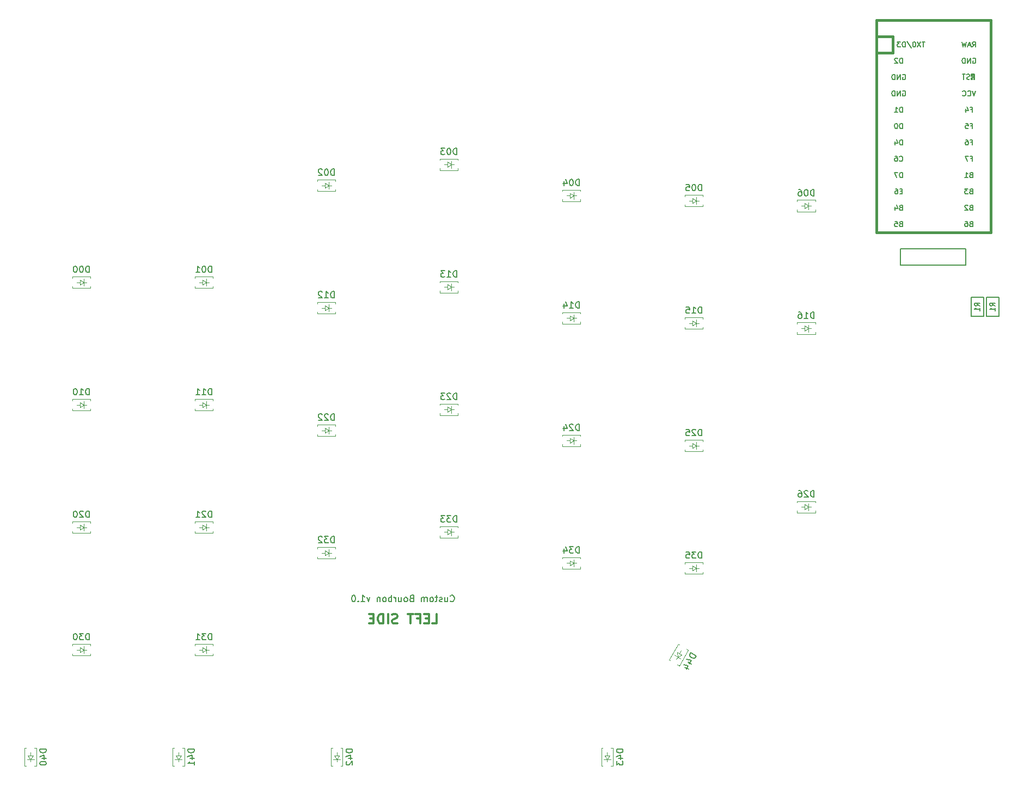
<source format=gbo>
G04 #@! TF.GenerationSoftware,KiCad,Pcbnew,5.1.10*
G04 #@! TF.CreationDate,2021-08-07T14:45:58-04:00*
G04 #@! TF.ProjectId,v05_left,7630355f-6c65-4667-942e-6b696361645f,rev?*
G04 #@! TF.SameCoordinates,Original*
G04 #@! TF.FileFunction,Legend,Bot*
G04 #@! TF.FilePolarity,Positive*
%FSLAX46Y46*%
G04 Gerber Fmt 4.6, Leading zero omitted, Abs format (unit mm)*
G04 Created by KiCad (PCBNEW 5.1.10) date 2021-08-07 14:45:58*
%MOMM*%
%LPD*%
G01*
G04 APERTURE LIST*
%ADD10C,0.300000*%
%ADD11C,0.150000*%
%ADD12C,0.100000*%
%ADD13C,0.381000*%
%ADD14C,2.250000*%
%ADD15C,3.987800*%
%ADD16C,1.750000*%
%ADD17C,3.048000*%
%ADD18R,0.900000X1.200000*%
%ADD19R,1.752600X1.752600*%
%ADD20C,1.752600*%
%ADD21O,1.700000X2.500000*%
%ADD22C,1.200000*%
%ADD23C,2.200000*%
%ADD24C,2.100000*%
%ADD25R,1.200000X0.900000*%
%ADD26C,1.397000*%
G04 APERTURE END LIST*
D10*
X-89956250Y-99897321D02*
X-89241964Y-99897321D01*
X-89241964Y-98397321D01*
X-90456250Y-99111607D02*
X-90956250Y-99111607D01*
X-91170535Y-99897321D02*
X-90456250Y-99897321D01*
X-90456250Y-98397321D01*
X-91170535Y-98397321D01*
X-92313392Y-99111607D02*
X-91813392Y-99111607D01*
X-91813392Y-99897321D02*
X-91813392Y-98397321D01*
X-92527678Y-98397321D01*
X-92884821Y-98397321D02*
X-93741964Y-98397321D01*
X-93313392Y-99897321D02*
X-93313392Y-98397321D01*
X-95313392Y-99825892D02*
X-95527678Y-99897321D01*
X-95884821Y-99897321D01*
X-96027678Y-99825892D01*
X-96099107Y-99754464D01*
X-96170535Y-99611607D01*
X-96170535Y-99468750D01*
X-96099107Y-99325892D01*
X-96027678Y-99254464D01*
X-95884821Y-99183035D01*
X-95599107Y-99111607D01*
X-95456250Y-99040178D01*
X-95384821Y-98968750D01*
X-95313392Y-98825892D01*
X-95313392Y-98683035D01*
X-95384821Y-98540178D01*
X-95456250Y-98468750D01*
X-95599107Y-98397321D01*
X-95956250Y-98397321D01*
X-96170535Y-98468750D01*
X-96813392Y-99897321D02*
X-96813392Y-98397321D01*
X-97527678Y-99897321D02*
X-97527678Y-98397321D01*
X-97884821Y-98397321D01*
X-98099107Y-98468750D01*
X-98241964Y-98611607D01*
X-98313392Y-98754464D01*
X-98384821Y-99040178D01*
X-98384821Y-99254464D01*
X-98313392Y-99540178D01*
X-98241964Y-99683035D01*
X-98099107Y-99825892D01*
X-97884821Y-99897321D01*
X-97527678Y-99897321D01*
X-99027678Y-99111607D02*
X-99527678Y-99111607D01*
X-99741964Y-99897321D02*
X-99027678Y-99897321D01*
X-99027678Y-98397321D01*
X-99741964Y-98397321D01*
D11*
X-87099107Y-96400892D02*
X-87051488Y-96448511D01*
X-86908630Y-96496130D01*
X-86813392Y-96496130D01*
X-86670535Y-96448511D01*
X-86575297Y-96353273D01*
X-86527678Y-96258035D01*
X-86480059Y-96067559D01*
X-86480059Y-95924702D01*
X-86527678Y-95734226D01*
X-86575297Y-95638988D01*
X-86670535Y-95543750D01*
X-86813392Y-95496130D01*
X-86908630Y-95496130D01*
X-87051488Y-95543750D01*
X-87099107Y-95591369D01*
X-87956250Y-95829464D02*
X-87956250Y-96496130D01*
X-87527678Y-95829464D02*
X-87527678Y-96353273D01*
X-87575297Y-96448511D01*
X-87670535Y-96496130D01*
X-87813392Y-96496130D01*
X-87908630Y-96448511D01*
X-87956250Y-96400892D01*
X-88384821Y-96448511D02*
X-88480059Y-96496130D01*
X-88670535Y-96496130D01*
X-88765773Y-96448511D01*
X-88813392Y-96353273D01*
X-88813392Y-96305654D01*
X-88765773Y-96210416D01*
X-88670535Y-96162797D01*
X-88527678Y-96162797D01*
X-88432440Y-96115178D01*
X-88384821Y-96019940D01*
X-88384821Y-95972321D01*
X-88432440Y-95877083D01*
X-88527678Y-95829464D01*
X-88670535Y-95829464D01*
X-88765773Y-95877083D01*
X-89099107Y-95829464D02*
X-89480059Y-95829464D01*
X-89241964Y-95496130D02*
X-89241964Y-96353273D01*
X-89289583Y-96448511D01*
X-89384821Y-96496130D01*
X-89480059Y-96496130D01*
X-89956250Y-96496130D02*
X-89861011Y-96448511D01*
X-89813392Y-96400892D01*
X-89765773Y-96305654D01*
X-89765773Y-96019940D01*
X-89813392Y-95924702D01*
X-89861011Y-95877083D01*
X-89956250Y-95829464D01*
X-90099107Y-95829464D01*
X-90194345Y-95877083D01*
X-90241964Y-95924702D01*
X-90289583Y-96019940D01*
X-90289583Y-96305654D01*
X-90241964Y-96400892D01*
X-90194345Y-96448511D01*
X-90099107Y-96496130D01*
X-89956250Y-96496130D01*
X-90718154Y-96496130D02*
X-90718154Y-95829464D01*
X-90718154Y-95924702D02*
X-90765773Y-95877083D01*
X-90861011Y-95829464D01*
X-91003869Y-95829464D01*
X-91099107Y-95877083D01*
X-91146726Y-95972321D01*
X-91146726Y-96496130D01*
X-91146726Y-95972321D02*
X-91194345Y-95877083D01*
X-91289583Y-95829464D01*
X-91432440Y-95829464D01*
X-91527678Y-95877083D01*
X-91575297Y-95972321D01*
X-91575297Y-96496130D01*
X-93146726Y-95972321D02*
X-93289583Y-96019940D01*
X-93337202Y-96067559D01*
X-93384821Y-96162797D01*
X-93384821Y-96305654D01*
X-93337202Y-96400892D01*
X-93289583Y-96448511D01*
X-93194345Y-96496130D01*
X-92813392Y-96496130D01*
X-92813392Y-95496130D01*
X-93146726Y-95496130D01*
X-93241964Y-95543750D01*
X-93289583Y-95591369D01*
X-93337202Y-95686607D01*
X-93337202Y-95781845D01*
X-93289583Y-95877083D01*
X-93241964Y-95924702D01*
X-93146726Y-95972321D01*
X-92813392Y-95972321D01*
X-93956250Y-96496130D02*
X-93861011Y-96448511D01*
X-93813392Y-96400892D01*
X-93765773Y-96305654D01*
X-93765773Y-96019940D01*
X-93813392Y-95924702D01*
X-93861011Y-95877083D01*
X-93956250Y-95829464D01*
X-94099107Y-95829464D01*
X-94194345Y-95877083D01*
X-94241964Y-95924702D01*
X-94289583Y-96019940D01*
X-94289583Y-96305654D01*
X-94241964Y-96400892D01*
X-94194345Y-96448511D01*
X-94099107Y-96496130D01*
X-93956250Y-96496130D01*
X-95146726Y-95829464D02*
X-95146726Y-96496130D01*
X-94718154Y-95829464D02*
X-94718154Y-96353273D01*
X-94765773Y-96448511D01*
X-94861011Y-96496130D01*
X-95003869Y-96496130D01*
X-95099107Y-96448511D01*
X-95146726Y-96400892D01*
X-95622916Y-96496130D02*
X-95622916Y-95829464D01*
X-95622916Y-96019940D02*
X-95670535Y-95924702D01*
X-95718154Y-95877083D01*
X-95813392Y-95829464D01*
X-95908630Y-95829464D01*
X-96241964Y-96496130D02*
X-96241964Y-95496130D01*
X-96241964Y-95877083D02*
X-96337202Y-95829464D01*
X-96527678Y-95829464D01*
X-96622916Y-95877083D01*
X-96670535Y-95924702D01*
X-96718154Y-96019940D01*
X-96718154Y-96305654D01*
X-96670535Y-96400892D01*
X-96622916Y-96448511D01*
X-96527678Y-96496130D01*
X-96337202Y-96496130D01*
X-96241964Y-96448511D01*
X-97289583Y-96496130D02*
X-97194345Y-96448511D01*
X-97146726Y-96400892D01*
X-97099107Y-96305654D01*
X-97099107Y-96019940D01*
X-97146726Y-95924702D01*
X-97194345Y-95877083D01*
X-97289583Y-95829464D01*
X-97432440Y-95829464D01*
X-97527678Y-95877083D01*
X-97575297Y-95924702D01*
X-97622916Y-96019940D01*
X-97622916Y-96305654D01*
X-97575297Y-96400892D01*
X-97527678Y-96448511D01*
X-97432440Y-96496130D01*
X-97289583Y-96496130D01*
X-98051488Y-95829464D02*
X-98051488Y-96496130D01*
X-98051488Y-95924702D02*
X-98099107Y-95877083D01*
X-98194345Y-95829464D01*
X-98337202Y-95829464D01*
X-98432440Y-95877083D01*
X-98480059Y-95972321D01*
X-98480059Y-96496130D01*
X-99622916Y-95829464D02*
X-99861011Y-96496130D01*
X-100099107Y-95829464D01*
X-101003869Y-96496130D02*
X-100432440Y-96496130D01*
X-100718154Y-96496130D02*
X-100718154Y-95496130D01*
X-100622916Y-95638988D01*
X-100527678Y-95734226D01*
X-100432440Y-95781845D01*
X-101432440Y-96400892D02*
X-101480059Y-96448511D01*
X-101432440Y-96496130D01*
X-101384821Y-96448511D01*
X-101432440Y-96400892D01*
X-101432440Y-96496130D01*
X-102099107Y-95496130D02*
X-102194345Y-95496130D01*
X-102289583Y-95543750D01*
X-102337202Y-95591369D01*
X-102384821Y-95686607D01*
X-102432440Y-95877083D01*
X-102432440Y-96115178D01*
X-102384821Y-96305654D01*
X-102337202Y-96400892D01*
X-102289583Y-96448511D01*
X-102194345Y-96496130D01*
X-102099107Y-96496130D01*
X-102003869Y-96448511D01*
X-101956250Y-96400892D01*
X-101908630Y-96305654D01*
X-101861011Y-96115178D01*
X-101861011Y-95877083D01*
X-101908630Y-95686607D01*
X-101956250Y-95591369D01*
X-102003869Y-95543750D01*
X-102099107Y-95496130D01*
D12*
X-32000000Y-53975000D02*
X-32500000Y-53975000D01*
X-32000000Y-54375000D02*
X-31400000Y-53975000D01*
X-32000000Y-53575000D02*
X-32000000Y-54375000D01*
X-31400000Y-53975000D02*
X-32000000Y-53575000D01*
X-31400000Y-53975000D02*
X-31400000Y-54525000D01*
X-31400000Y-53975000D02*
X-31400000Y-53425000D01*
X-31000000Y-53975000D02*
X-31400000Y-53975000D01*
X-30350000Y-54875000D02*
X-30350000Y-53075000D01*
X-33150000Y-54875000D02*
X-30350000Y-54875000D01*
X-33150000Y-53075000D02*
X-33150000Y-54875000D01*
X-30350000Y-53075000D02*
X-33150000Y-53075000D01*
D13*
X-18256250Y-8572500D02*
X-20796250Y-8572500D01*
X-3016250Y-6032500D02*
X-20796250Y-6032500D01*
X-20796250Y-6032500D02*
X-20796250Y-39052500D01*
X-20796250Y-39052500D02*
X-3016250Y-39052500D01*
X-3016250Y-39052500D02*
X-3016250Y-6032500D01*
D11*
G36*
X-6061615Y-14461530D02*
G01*
X-6061615Y-14561530D01*
X-5561615Y-14561530D01*
X-5561615Y-14461530D01*
X-6061615Y-14461530D01*
G37*
X-6061615Y-14461530D02*
X-6061615Y-14561530D01*
X-5561615Y-14561530D01*
X-5561615Y-14461530D01*
X-6061615Y-14461530D01*
G36*
X-6061615Y-14461530D02*
G01*
X-6061615Y-14761530D01*
X-5961615Y-14761530D01*
X-5961615Y-14461530D01*
X-6061615Y-14461530D01*
G37*
X-6061615Y-14461530D02*
X-6061615Y-14761530D01*
X-5961615Y-14761530D01*
X-5961615Y-14461530D01*
X-6061615Y-14461530D01*
G36*
X-6061615Y-15061530D02*
G01*
X-6061615Y-15261530D01*
X-5961615Y-15261530D01*
X-5961615Y-15061530D01*
X-6061615Y-15061530D01*
G37*
X-6061615Y-15061530D02*
X-6061615Y-15261530D01*
X-5961615Y-15261530D01*
X-5961615Y-15061530D01*
X-6061615Y-15061530D01*
G36*
X-5661615Y-14461530D02*
G01*
X-5661615Y-15261530D01*
X-5561615Y-15261530D01*
X-5561615Y-14461530D01*
X-5661615Y-14461530D01*
G37*
X-5661615Y-14461530D02*
X-5661615Y-15261530D01*
X-5561615Y-15261530D01*
X-5561615Y-14461530D01*
X-5661615Y-14461530D01*
G36*
X-5861615Y-14861530D02*
G01*
X-5861615Y-14961530D01*
X-5761615Y-14961530D01*
X-5761615Y-14861530D01*
X-5861615Y-14861530D01*
G37*
X-5861615Y-14861530D02*
X-5861615Y-14961530D01*
X-5761615Y-14961530D01*
X-5761615Y-14861530D01*
X-5861615Y-14861530D01*
D13*
X-18256250Y-8572500D02*
X-18256250Y-11112500D01*
X-18256250Y-11112500D02*
X-20796250Y-11112500D01*
D12*
X-51468750Y-104558494D02*
X-51218750Y-104125481D01*
X-51815160Y-104358494D02*
X-51768750Y-105078109D01*
X-51122340Y-104758494D02*
X-51815160Y-104358494D01*
X-51768750Y-105078109D02*
X-51122340Y-104758494D01*
X-51768750Y-105078109D02*
X-52245064Y-104803109D01*
X-51768750Y-105078109D02*
X-51292436Y-105353109D01*
X-51968750Y-105424519D02*
X-51768750Y-105078109D01*
X-53073173Y-105537436D02*
X-51514327Y-106437436D01*
X-51673173Y-103112564D02*
X-53073173Y-105537436D01*
X-50114327Y-104012564D02*
X-51673173Y-103112564D01*
X-51514327Y-106437436D02*
X-50114327Y-104012564D01*
X-62706250Y-120400000D02*
X-62706250Y-119900000D01*
X-63106250Y-120400000D02*
X-62706250Y-121000000D01*
X-62306250Y-120400000D02*
X-63106250Y-120400000D01*
X-62706250Y-121000000D02*
X-62306250Y-120400000D01*
X-62706250Y-121000000D02*
X-63256250Y-121000000D01*
X-62706250Y-121000000D02*
X-62156250Y-121000000D01*
X-62706250Y-121400000D02*
X-62706250Y-121000000D01*
X-63606250Y-122050000D02*
X-61806250Y-122050000D01*
X-63606250Y-119250000D02*
X-63606250Y-122050000D01*
X-61806250Y-119250000D02*
X-63606250Y-119250000D01*
X-61806250Y-122050000D02*
X-61806250Y-119250000D01*
X-104775000Y-120400000D02*
X-104775000Y-119900000D01*
X-105175000Y-120400000D02*
X-104775000Y-121000000D01*
X-104375000Y-120400000D02*
X-105175000Y-120400000D01*
X-104775000Y-121000000D02*
X-104375000Y-120400000D01*
X-104775000Y-121000000D02*
X-105325000Y-121000000D01*
X-104775000Y-121000000D02*
X-104225000Y-121000000D01*
X-104775000Y-121400000D02*
X-104775000Y-121000000D01*
X-105675000Y-122050000D02*
X-103875000Y-122050000D01*
X-105675000Y-119250000D02*
X-105675000Y-122050000D01*
X-103875000Y-119250000D02*
X-105675000Y-119250000D01*
X-103875000Y-122050000D02*
X-103875000Y-119250000D01*
X-129381250Y-120400000D02*
X-129381250Y-119900000D01*
X-129781250Y-120400000D02*
X-129381250Y-121000000D01*
X-128981250Y-120400000D02*
X-129781250Y-120400000D01*
X-129381250Y-121000000D02*
X-128981250Y-120400000D01*
X-129381250Y-121000000D02*
X-129931250Y-121000000D01*
X-129381250Y-121000000D02*
X-128831250Y-121000000D01*
X-129381250Y-121400000D02*
X-129381250Y-121000000D01*
X-130281250Y-122050000D02*
X-128481250Y-122050000D01*
X-130281250Y-119250000D02*
X-130281250Y-122050000D01*
X-128481250Y-119250000D02*
X-130281250Y-119250000D01*
X-128481250Y-122050000D02*
X-128481250Y-119250000D01*
X-152400000Y-120400000D02*
X-152400000Y-119900000D01*
X-152800000Y-120400000D02*
X-152400000Y-121000000D01*
X-152000000Y-120400000D02*
X-152800000Y-120400000D01*
X-152400000Y-121000000D02*
X-152000000Y-120400000D01*
X-152400000Y-121000000D02*
X-152950000Y-121000000D01*
X-152400000Y-121000000D02*
X-151850000Y-121000000D01*
X-152400000Y-121400000D02*
X-152400000Y-121000000D01*
X-153300000Y-122050000D02*
X-151500000Y-122050000D01*
X-153300000Y-119250000D02*
X-153300000Y-122050000D01*
X-151500000Y-119250000D02*
X-153300000Y-119250000D01*
X-151500000Y-122050000D02*
X-151500000Y-119250000D01*
X-49462500Y-91281250D02*
X-49962500Y-91281250D01*
X-49462500Y-91681250D02*
X-48862500Y-91281250D01*
X-49462500Y-90881250D02*
X-49462500Y-91681250D01*
X-48862500Y-91281250D02*
X-49462500Y-90881250D01*
X-48862500Y-91281250D02*
X-48862500Y-91831250D01*
X-48862500Y-91281250D02*
X-48862500Y-90731250D01*
X-48462500Y-91281250D02*
X-48862500Y-91281250D01*
X-47812500Y-92181250D02*
X-47812500Y-90381250D01*
X-50612500Y-92181250D02*
X-47812500Y-92181250D01*
X-50612500Y-90381250D02*
X-50612500Y-92181250D01*
X-47812500Y-90381250D02*
X-50612500Y-90381250D01*
X-68512500Y-90487500D02*
X-69012500Y-90487500D01*
X-68512500Y-90887500D02*
X-67912500Y-90487500D01*
X-68512500Y-90087500D02*
X-68512500Y-90887500D01*
X-67912500Y-90487500D02*
X-68512500Y-90087500D01*
X-67912500Y-90487500D02*
X-67912500Y-91037500D01*
X-67912500Y-90487500D02*
X-67912500Y-89937500D01*
X-67512500Y-90487500D02*
X-67912500Y-90487500D01*
X-66862500Y-91387500D02*
X-66862500Y-89587500D01*
X-69662500Y-91387500D02*
X-66862500Y-91387500D01*
X-69662500Y-89587500D02*
X-69662500Y-91387500D01*
X-66862500Y-89587500D02*
X-69662500Y-89587500D01*
X-87562500Y-85650000D02*
X-88062500Y-85650000D01*
X-87562500Y-86050000D02*
X-86962500Y-85650000D01*
X-87562500Y-85250000D02*
X-87562500Y-86050000D01*
X-86962500Y-85650000D02*
X-87562500Y-85250000D01*
X-86962500Y-85650000D02*
X-86962500Y-86200000D01*
X-86962500Y-85650000D02*
X-86962500Y-85100000D01*
X-86562500Y-85650000D02*
X-86962500Y-85650000D01*
X-85912500Y-86550000D02*
X-85912500Y-84750000D01*
X-88712500Y-86550000D02*
X-85912500Y-86550000D01*
X-88712500Y-84750000D02*
X-88712500Y-86550000D01*
X-85912500Y-84750000D02*
X-88712500Y-84750000D01*
X-106612500Y-88900000D02*
X-107112500Y-88900000D01*
X-106612500Y-89300000D02*
X-106012500Y-88900000D01*
X-106612500Y-88500000D02*
X-106612500Y-89300000D01*
X-106012500Y-88900000D02*
X-106612500Y-88500000D01*
X-106012500Y-88900000D02*
X-106012500Y-89450000D01*
X-106012500Y-88900000D02*
X-106012500Y-88350000D01*
X-105612500Y-88900000D02*
X-106012500Y-88900000D01*
X-104962500Y-89800000D02*
X-104962500Y-88000000D01*
X-107762500Y-89800000D02*
X-104962500Y-89800000D01*
X-107762500Y-88000000D02*
X-107762500Y-89800000D01*
X-104962500Y-88000000D02*
X-107762500Y-88000000D01*
X-125662500Y-103981250D02*
X-126162500Y-103981250D01*
X-125662500Y-104381250D02*
X-125062500Y-103981250D01*
X-125662500Y-103581250D02*
X-125662500Y-104381250D01*
X-125062500Y-103981250D02*
X-125662500Y-103581250D01*
X-125062500Y-103981250D02*
X-125062500Y-104531250D01*
X-125062500Y-103981250D02*
X-125062500Y-103431250D01*
X-124662500Y-103981250D02*
X-125062500Y-103981250D01*
X-124012500Y-104881250D02*
X-124012500Y-103081250D01*
X-126812500Y-104881250D02*
X-124012500Y-104881250D01*
X-126812500Y-103081250D02*
X-126812500Y-104881250D01*
X-124012500Y-103081250D02*
X-126812500Y-103081250D01*
X-144712500Y-103981250D02*
X-145212500Y-103981250D01*
X-144712500Y-104381250D02*
X-144112500Y-103981250D01*
X-144712500Y-103581250D02*
X-144712500Y-104381250D01*
X-144112500Y-103981250D02*
X-144712500Y-103581250D01*
X-144112500Y-103981250D02*
X-144112500Y-104531250D01*
X-144112500Y-103981250D02*
X-144112500Y-103431250D01*
X-143712500Y-103981250D02*
X-144112500Y-103981250D01*
X-143062500Y-104881250D02*
X-143062500Y-103081250D01*
X-145862500Y-104881250D02*
X-143062500Y-104881250D01*
X-145862500Y-103081250D02*
X-145862500Y-104881250D01*
X-143062500Y-103081250D02*
X-145862500Y-103081250D01*
X-32000000Y-81756250D02*
X-32500000Y-81756250D01*
X-32000000Y-82156250D02*
X-31400000Y-81756250D01*
X-32000000Y-81356250D02*
X-32000000Y-82156250D01*
X-31400000Y-81756250D02*
X-32000000Y-81356250D01*
X-31400000Y-81756250D02*
X-31400000Y-82306250D01*
X-31400000Y-81756250D02*
X-31400000Y-81206250D01*
X-31000000Y-81756250D02*
X-31400000Y-81756250D01*
X-30350000Y-82656250D02*
X-30350000Y-80856250D01*
X-33150000Y-82656250D02*
X-30350000Y-82656250D01*
X-33150000Y-80856250D02*
X-33150000Y-82656250D01*
X-30350000Y-80856250D02*
X-33150000Y-80856250D01*
X-49462500Y-72231250D02*
X-49962500Y-72231250D01*
X-49462500Y-72631250D02*
X-48862500Y-72231250D01*
X-49462500Y-71831250D02*
X-49462500Y-72631250D01*
X-48862500Y-72231250D02*
X-49462500Y-71831250D01*
X-48862500Y-72231250D02*
X-48862500Y-72781250D01*
X-48862500Y-72231250D02*
X-48862500Y-71681250D01*
X-48462500Y-72231250D02*
X-48862500Y-72231250D01*
X-47812500Y-73131250D02*
X-47812500Y-71331250D01*
X-50612500Y-73131250D02*
X-47812500Y-73131250D01*
X-50612500Y-71331250D02*
X-50612500Y-73131250D01*
X-47812500Y-71331250D02*
X-50612500Y-71331250D01*
X-68512500Y-71437500D02*
X-69012500Y-71437500D01*
X-68512500Y-71837500D02*
X-67912500Y-71437500D01*
X-68512500Y-71037500D02*
X-68512500Y-71837500D01*
X-67912500Y-71437500D02*
X-68512500Y-71037500D01*
X-67912500Y-71437500D02*
X-67912500Y-71987500D01*
X-67912500Y-71437500D02*
X-67912500Y-70887500D01*
X-67512500Y-71437500D02*
X-67912500Y-71437500D01*
X-66862500Y-72337500D02*
X-66862500Y-70537500D01*
X-69662500Y-72337500D02*
X-66862500Y-72337500D01*
X-69662500Y-70537500D02*
X-69662500Y-72337500D01*
X-66862500Y-70537500D02*
X-69662500Y-70537500D01*
X-87562500Y-66600000D02*
X-88062500Y-66600000D01*
X-87562500Y-67000000D02*
X-86962500Y-66600000D01*
X-87562500Y-66200000D02*
X-87562500Y-67000000D01*
X-86962500Y-66600000D02*
X-87562500Y-66200000D01*
X-86962500Y-66600000D02*
X-86962500Y-67150000D01*
X-86962500Y-66600000D02*
X-86962500Y-66050000D01*
X-86562500Y-66600000D02*
X-86962500Y-66600000D01*
X-85912500Y-67500000D02*
X-85912500Y-65700000D01*
X-88712500Y-67500000D02*
X-85912500Y-67500000D01*
X-88712500Y-65700000D02*
X-88712500Y-67500000D01*
X-85912500Y-65700000D02*
X-88712500Y-65700000D01*
X-106612500Y-69850000D02*
X-107112500Y-69850000D01*
X-106612500Y-70250000D02*
X-106012500Y-69850000D01*
X-106612500Y-69450000D02*
X-106612500Y-70250000D01*
X-106012500Y-69850000D02*
X-106612500Y-69450000D01*
X-106012500Y-69850000D02*
X-106012500Y-70400000D01*
X-106012500Y-69850000D02*
X-106012500Y-69300000D01*
X-105612500Y-69850000D02*
X-106012500Y-69850000D01*
X-104962500Y-70750000D02*
X-104962500Y-68950000D01*
X-107762500Y-70750000D02*
X-104962500Y-70750000D01*
X-107762500Y-68950000D02*
X-107762500Y-70750000D01*
X-104962500Y-68950000D02*
X-107762500Y-68950000D01*
X-125662500Y-84931250D02*
X-126162500Y-84931250D01*
X-125662500Y-85331250D02*
X-125062500Y-84931250D01*
X-125662500Y-84531250D02*
X-125662500Y-85331250D01*
X-125062500Y-84931250D02*
X-125662500Y-84531250D01*
X-125062500Y-84931250D02*
X-125062500Y-85481250D01*
X-125062500Y-84931250D02*
X-125062500Y-84381250D01*
X-124662500Y-84931250D02*
X-125062500Y-84931250D01*
X-124012500Y-85831250D02*
X-124012500Y-84031250D01*
X-126812500Y-85831250D02*
X-124012500Y-85831250D01*
X-126812500Y-84031250D02*
X-126812500Y-85831250D01*
X-124012500Y-84031250D02*
X-126812500Y-84031250D01*
X-144712500Y-84931250D02*
X-145212500Y-84931250D01*
X-144712500Y-85331250D02*
X-144112500Y-84931250D01*
X-144712500Y-84531250D02*
X-144712500Y-85331250D01*
X-144112500Y-84931250D02*
X-144712500Y-84531250D01*
X-144112500Y-84931250D02*
X-144112500Y-85481250D01*
X-144112500Y-84931250D02*
X-144112500Y-84381250D01*
X-143712500Y-84931250D02*
X-144112500Y-84931250D01*
X-143062500Y-85831250D02*
X-143062500Y-84031250D01*
X-145862500Y-85831250D02*
X-143062500Y-85831250D01*
X-145862500Y-84031250D02*
X-145862500Y-85831250D01*
X-143062500Y-84031250D02*
X-145862500Y-84031250D01*
X-49462500Y-53181250D02*
X-49962500Y-53181250D01*
X-49462500Y-53581250D02*
X-48862500Y-53181250D01*
X-49462500Y-52781250D02*
X-49462500Y-53581250D01*
X-48862500Y-53181250D02*
X-49462500Y-52781250D01*
X-48862500Y-53181250D02*
X-48862500Y-53731250D01*
X-48862500Y-53181250D02*
X-48862500Y-52631250D01*
X-48462500Y-53181250D02*
X-48862500Y-53181250D01*
X-47812500Y-54081250D02*
X-47812500Y-52281250D01*
X-50612500Y-54081250D02*
X-47812500Y-54081250D01*
X-50612500Y-52281250D02*
X-50612500Y-54081250D01*
X-47812500Y-52281250D02*
X-50612500Y-52281250D01*
X-68512500Y-52387500D02*
X-69012500Y-52387500D01*
X-68512500Y-52787500D02*
X-67912500Y-52387500D01*
X-68512500Y-51987500D02*
X-68512500Y-52787500D01*
X-67912500Y-52387500D02*
X-68512500Y-51987500D01*
X-67912500Y-52387500D02*
X-67912500Y-52937500D01*
X-67912500Y-52387500D02*
X-67912500Y-51837500D01*
X-67512500Y-52387500D02*
X-67912500Y-52387500D01*
X-66862500Y-53287500D02*
X-66862500Y-51487500D01*
X-69662500Y-53287500D02*
X-66862500Y-53287500D01*
X-69662500Y-51487500D02*
X-69662500Y-53287500D01*
X-66862500Y-51487500D02*
X-69662500Y-51487500D01*
X-87562500Y-47550000D02*
X-88062500Y-47550000D01*
X-87562500Y-47950000D02*
X-86962500Y-47550000D01*
X-87562500Y-47150000D02*
X-87562500Y-47950000D01*
X-86962500Y-47550000D02*
X-87562500Y-47150000D01*
X-86962500Y-47550000D02*
X-86962500Y-48100000D01*
X-86962500Y-47550000D02*
X-86962500Y-47000000D01*
X-86562500Y-47550000D02*
X-86962500Y-47550000D01*
X-85912500Y-48450000D02*
X-85912500Y-46650000D01*
X-88712500Y-48450000D02*
X-85912500Y-48450000D01*
X-88712500Y-46650000D02*
X-88712500Y-48450000D01*
X-85912500Y-46650000D02*
X-88712500Y-46650000D01*
X-106612500Y-50800000D02*
X-107112500Y-50800000D01*
X-106612500Y-51200000D02*
X-106012500Y-50800000D01*
X-106612500Y-50400000D02*
X-106612500Y-51200000D01*
X-106012500Y-50800000D02*
X-106612500Y-50400000D01*
X-106012500Y-50800000D02*
X-106012500Y-51350000D01*
X-106012500Y-50800000D02*
X-106012500Y-50250000D01*
X-105612500Y-50800000D02*
X-106012500Y-50800000D01*
X-104962500Y-51700000D02*
X-104962500Y-49900000D01*
X-107762500Y-51700000D02*
X-104962500Y-51700000D01*
X-107762500Y-49900000D02*
X-107762500Y-51700000D01*
X-104962500Y-49900000D02*
X-107762500Y-49900000D01*
X-125662500Y-65881250D02*
X-126162500Y-65881250D01*
X-125662500Y-66281250D02*
X-125062500Y-65881250D01*
X-125662500Y-65481250D02*
X-125662500Y-66281250D01*
X-125062500Y-65881250D02*
X-125662500Y-65481250D01*
X-125062500Y-65881250D02*
X-125062500Y-66431250D01*
X-125062500Y-65881250D02*
X-125062500Y-65331250D01*
X-124662500Y-65881250D02*
X-125062500Y-65881250D01*
X-124012500Y-66781250D02*
X-124012500Y-64981250D01*
X-126812500Y-66781250D02*
X-124012500Y-66781250D01*
X-126812500Y-64981250D02*
X-126812500Y-66781250D01*
X-124012500Y-64981250D02*
X-126812500Y-64981250D01*
X-144712500Y-65881250D02*
X-145212500Y-65881250D01*
X-144712500Y-66281250D02*
X-144112500Y-65881250D01*
X-144712500Y-65481250D02*
X-144712500Y-66281250D01*
X-144112500Y-65881250D02*
X-144712500Y-65481250D01*
X-144112500Y-65881250D02*
X-144112500Y-66431250D01*
X-144112500Y-65881250D02*
X-144112500Y-65331250D01*
X-143712500Y-65881250D02*
X-144112500Y-65881250D01*
X-143062500Y-66781250D02*
X-143062500Y-64981250D01*
X-145862500Y-66781250D02*
X-143062500Y-66781250D01*
X-145862500Y-64981250D02*
X-145862500Y-66781250D01*
X-143062500Y-64981250D02*
X-145862500Y-64981250D01*
X-32000000Y-34925000D02*
X-32500000Y-34925000D01*
X-32000000Y-35325000D02*
X-31400000Y-34925000D01*
X-32000000Y-34525000D02*
X-32000000Y-35325000D01*
X-31400000Y-34925000D02*
X-32000000Y-34525000D01*
X-31400000Y-34925000D02*
X-31400000Y-35475000D01*
X-31400000Y-34925000D02*
X-31400000Y-34375000D01*
X-31000000Y-34925000D02*
X-31400000Y-34925000D01*
X-30350000Y-35825000D02*
X-30350000Y-34025000D01*
X-33150000Y-35825000D02*
X-30350000Y-35825000D01*
X-33150000Y-34025000D02*
X-33150000Y-35825000D01*
X-30350000Y-34025000D02*
X-33150000Y-34025000D01*
X-49462500Y-34131250D02*
X-49962500Y-34131250D01*
X-49462500Y-34531250D02*
X-48862500Y-34131250D01*
X-49462500Y-33731250D02*
X-49462500Y-34531250D01*
X-48862500Y-34131250D02*
X-49462500Y-33731250D01*
X-48862500Y-34131250D02*
X-48862500Y-34681250D01*
X-48862500Y-34131250D02*
X-48862500Y-33581250D01*
X-48462500Y-34131250D02*
X-48862500Y-34131250D01*
X-47812500Y-35031250D02*
X-47812500Y-33231250D01*
X-50612500Y-35031250D02*
X-47812500Y-35031250D01*
X-50612500Y-33231250D02*
X-50612500Y-35031250D01*
X-47812500Y-33231250D02*
X-50612500Y-33231250D01*
X-68512500Y-33337500D02*
X-69012500Y-33337500D01*
X-68512500Y-33737500D02*
X-67912500Y-33337500D01*
X-68512500Y-32937500D02*
X-68512500Y-33737500D01*
X-67912500Y-33337500D02*
X-68512500Y-32937500D01*
X-67912500Y-33337500D02*
X-67912500Y-33887500D01*
X-67912500Y-33337500D02*
X-67912500Y-32787500D01*
X-67512500Y-33337500D02*
X-67912500Y-33337500D01*
X-66862500Y-34237500D02*
X-66862500Y-32437500D01*
X-69662500Y-34237500D02*
X-66862500Y-34237500D01*
X-69662500Y-32437500D02*
X-69662500Y-34237500D01*
X-66862500Y-32437500D02*
X-69662500Y-32437500D01*
X-87562500Y-28500000D02*
X-88062500Y-28500000D01*
X-87562500Y-28900000D02*
X-86962500Y-28500000D01*
X-87562500Y-28100000D02*
X-87562500Y-28900000D01*
X-86962500Y-28500000D02*
X-87562500Y-28100000D01*
X-86962500Y-28500000D02*
X-86962500Y-29050000D01*
X-86962500Y-28500000D02*
X-86962500Y-27950000D01*
X-86562500Y-28500000D02*
X-86962500Y-28500000D01*
X-85912500Y-29400000D02*
X-85912500Y-27600000D01*
X-88712500Y-29400000D02*
X-85912500Y-29400000D01*
X-88712500Y-27600000D02*
X-88712500Y-29400000D01*
X-85912500Y-27600000D02*
X-88712500Y-27600000D01*
X-106612500Y-31750000D02*
X-107112500Y-31750000D01*
X-106612500Y-32150000D02*
X-106012500Y-31750000D01*
X-106612500Y-31350000D02*
X-106612500Y-32150000D01*
X-106012500Y-31750000D02*
X-106612500Y-31350000D01*
X-106012500Y-31750000D02*
X-106012500Y-32300000D01*
X-106012500Y-31750000D02*
X-106012500Y-31200000D01*
X-105612500Y-31750000D02*
X-106012500Y-31750000D01*
X-104962500Y-32650000D02*
X-104962500Y-30850000D01*
X-107762500Y-32650000D02*
X-104962500Y-32650000D01*
X-107762500Y-30850000D02*
X-107762500Y-32650000D01*
X-104962500Y-30850000D02*
X-107762500Y-30850000D01*
X-125662500Y-46831250D02*
X-126162500Y-46831250D01*
X-125662500Y-47231250D02*
X-125062500Y-46831250D01*
X-125662500Y-46431250D02*
X-125662500Y-47231250D01*
X-125062500Y-46831250D02*
X-125662500Y-46431250D01*
X-125062500Y-46831250D02*
X-125062500Y-47381250D01*
X-125062500Y-46831250D02*
X-125062500Y-46281250D01*
X-124662500Y-46831250D02*
X-125062500Y-46831250D01*
X-124012500Y-47731250D02*
X-124012500Y-45931250D01*
X-126812500Y-47731250D02*
X-124012500Y-47731250D01*
X-126812500Y-45931250D02*
X-126812500Y-47731250D01*
X-124012500Y-45931250D02*
X-126812500Y-45931250D01*
X-144712500Y-46831250D02*
X-145212500Y-46831250D01*
X-144712500Y-47231250D02*
X-144112500Y-46831250D01*
X-144712500Y-46431250D02*
X-144712500Y-47231250D01*
X-144112500Y-46831250D02*
X-144712500Y-46431250D01*
X-144112500Y-46831250D02*
X-144112500Y-47381250D01*
X-144112500Y-46831250D02*
X-144112500Y-46281250D01*
X-143712500Y-46831250D02*
X-144112500Y-46831250D01*
X-143062500Y-47731250D02*
X-143062500Y-45931250D01*
X-145862500Y-47731250D02*
X-143062500Y-47731250D01*
X-145862500Y-45931250D02*
X-145862500Y-47731250D01*
X-143062500Y-45931250D02*
X-145862500Y-45931250D01*
D11*
X-1757500Y-52126250D02*
X-3757500Y-52126250D01*
X-1757500Y-49126250D02*
X-1757500Y-52126250D01*
X-3757500Y-49126250D02*
X-1757500Y-49126250D01*
X-3757500Y-52126250D02*
X-3757500Y-49126250D01*
X-6138750Y-49126250D02*
X-4138750Y-49126250D01*
X-6138750Y-52126250D02*
X-6138750Y-49126250D01*
X-4138750Y-52126250D02*
X-6138750Y-52126250D01*
X-4138750Y-49126250D02*
X-4138750Y-52126250D01*
X-17145000Y-44132500D02*
X-17145000Y-41592500D01*
X-6985000Y-44132500D02*
X-17145000Y-44132500D01*
X-6985000Y-41592500D02*
X-6985000Y-44132500D01*
X-17145000Y-41592500D02*
X-6985000Y-41592500D01*
X-30535714Y-52427380D02*
X-30535714Y-51427380D01*
X-30773809Y-51427380D01*
X-30916666Y-51475000D01*
X-31011904Y-51570238D01*
X-31059523Y-51665476D01*
X-31107142Y-51855952D01*
X-31107142Y-51998809D01*
X-31059523Y-52189285D01*
X-31011904Y-52284523D01*
X-30916666Y-52379761D01*
X-30773809Y-52427380D01*
X-30535714Y-52427380D01*
X-32059523Y-52427380D02*
X-31488095Y-52427380D01*
X-31773809Y-52427380D02*
X-31773809Y-51427380D01*
X-31678571Y-51570238D01*
X-31583333Y-51665476D01*
X-31488095Y-51713095D01*
X-32916666Y-51427380D02*
X-32726190Y-51427380D01*
X-32630952Y-51475000D01*
X-32583333Y-51522619D01*
X-32488095Y-51665476D01*
X-32440476Y-51855952D01*
X-32440476Y-52236904D01*
X-32488095Y-52332142D01*
X-32535714Y-52379761D01*
X-32630952Y-52427380D01*
X-32821428Y-52427380D01*
X-32916666Y-52379761D01*
X-32964285Y-52332142D01*
X-33011904Y-52236904D01*
X-33011904Y-51998809D01*
X-32964285Y-51903571D01*
X-32916666Y-51855952D01*
X-32821428Y-51808333D01*
X-32630952Y-51808333D01*
X-32535714Y-51855952D01*
X-32488095Y-51903571D01*
X-32440476Y-51998809D01*
X-16776773Y-12744404D02*
X-16776773Y-11944404D01*
X-16967250Y-11944404D01*
X-17081535Y-11982500D01*
X-17157726Y-12058690D01*
X-17195821Y-12134880D01*
X-17233916Y-12287261D01*
X-17233916Y-12401547D01*
X-17195821Y-12553928D01*
X-17157726Y-12630119D01*
X-17081535Y-12706309D01*
X-16967250Y-12744404D01*
X-16776773Y-12744404D01*
X-17538678Y-12020595D02*
X-17576773Y-11982500D01*
X-17652964Y-11944404D01*
X-17843440Y-11944404D01*
X-17919630Y-11982500D01*
X-17957726Y-12020595D01*
X-17995821Y-12096785D01*
X-17995821Y-12172976D01*
X-17957726Y-12287261D01*
X-17500583Y-12744404D01*
X-17995821Y-12744404D01*
X-16776773Y-22904404D02*
X-16776773Y-22104404D01*
X-16967250Y-22104404D01*
X-17081535Y-22142500D01*
X-17157726Y-22218690D01*
X-17195821Y-22294880D01*
X-17233916Y-22447261D01*
X-17233916Y-22561547D01*
X-17195821Y-22713928D01*
X-17157726Y-22790119D01*
X-17081535Y-22866309D01*
X-16967250Y-22904404D01*
X-16776773Y-22904404D01*
X-17729154Y-22104404D02*
X-17805345Y-22104404D01*
X-17881535Y-22142500D01*
X-17919630Y-22180595D01*
X-17957726Y-22256785D01*
X-17995821Y-22409166D01*
X-17995821Y-22599642D01*
X-17957726Y-22752023D01*
X-17919630Y-22828214D01*
X-17881535Y-22866309D01*
X-17805345Y-22904404D01*
X-17729154Y-22904404D01*
X-17652964Y-22866309D01*
X-17614869Y-22828214D01*
X-17576773Y-22752023D01*
X-17538678Y-22599642D01*
X-17538678Y-22409166D01*
X-17576773Y-22256785D01*
X-17614869Y-22180595D01*
X-17652964Y-22142500D01*
X-17729154Y-22104404D01*
X-16776773Y-20364404D02*
X-16776773Y-19564404D01*
X-16967250Y-19564404D01*
X-17081535Y-19602500D01*
X-17157726Y-19678690D01*
X-17195821Y-19754880D01*
X-17233916Y-19907261D01*
X-17233916Y-20021547D01*
X-17195821Y-20173928D01*
X-17157726Y-20250119D01*
X-17081535Y-20326309D01*
X-16967250Y-20364404D01*
X-16776773Y-20364404D01*
X-17995821Y-20364404D02*
X-17538678Y-20364404D01*
X-17767250Y-20364404D02*
X-17767250Y-19564404D01*
X-17691059Y-19678690D01*
X-17614869Y-19754880D01*
X-17538678Y-19792976D01*
X-16757726Y-17062500D02*
X-16681535Y-17024404D01*
X-16567250Y-17024404D01*
X-16452964Y-17062500D01*
X-16376773Y-17138690D01*
X-16338678Y-17214880D01*
X-16300583Y-17367261D01*
X-16300583Y-17481547D01*
X-16338678Y-17633928D01*
X-16376773Y-17710119D01*
X-16452964Y-17786309D01*
X-16567250Y-17824404D01*
X-16643440Y-17824404D01*
X-16757726Y-17786309D01*
X-16795821Y-17748214D01*
X-16795821Y-17481547D01*
X-16643440Y-17481547D01*
X-17138678Y-17824404D02*
X-17138678Y-17024404D01*
X-17595821Y-17824404D01*
X-17595821Y-17024404D01*
X-17976773Y-17824404D02*
X-17976773Y-17024404D01*
X-18167250Y-17024404D01*
X-18281535Y-17062500D01*
X-18357726Y-17138690D01*
X-18395821Y-17214880D01*
X-18433916Y-17367261D01*
X-18433916Y-17481547D01*
X-18395821Y-17633928D01*
X-18357726Y-17710119D01*
X-18281535Y-17786309D01*
X-18167250Y-17824404D01*
X-17976773Y-17824404D01*
X-16757726Y-14522500D02*
X-16681535Y-14484404D01*
X-16567250Y-14484404D01*
X-16452964Y-14522500D01*
X-16376773Y-14598690D01*
X-16338678Y-14674880D01*
X-16300583Y-14827261D01*
X-16300583Y-14941547D01*
X-16338678Y-15093928D01*
X-16376773Y-15170119D01*
X-16452964Y-15246309D01*
X-16567250Y-15284404D01*
X-16643440Y-15284404D01*
X-16757726Y-15246309D01*
X-16795821Y-15208214D01*
X-16795821Y-14941547D01*
X-16643440Y-14941547D01*
X-17138678Y-15284404D02*
X-17138678Y-14484404D01*
X-17595821Y-15284404D01*
X-17595821Y-14484404D01*
X-17976773Y-15284404D02*
X-17976773Y-14484404D01*
X-18167250Y-14484404D01*
X-18281535Y-14522500D01*
X-18357726Y-14598690D01*
X-18395821Y-14674880D01*
X-18433916Y-14827261D01*
X-18433916Y-14941547D01*
X-18395821Y-15093928D01*
X-18357726Y-15170119D01*
X-18281535Y-15246309D01*
X-18167250Y-15284404D01*
X-17976773Y-15284404D01*
X-16776773Y-25444404D02*
X-16776773Y-24644404D01*
X-16967250Y-24644404D01*
X-17081535Y-24682500D01*
X-17157726Y-24758690D01*
X-17195821Y-24834880D01*
X-17233916Y-24987261D01*
X-17233916Y-25101547D01*
X-17195821Y-25253928D01*
X-17157726Y-25330119D01*
X-17081535Y-25406309D01*
X-16967250Y-25444404D01*
X-16776773Y-25444404D01*
X-17919630Y-24911071D02*
X-17919630Y-25444404D01*
X-17729154Y-24606309D02*
X-17538678Y-25177738D01*
X-18033916Y-25177738D01*
X-17233916Y-27908214D02*
X-17195821Y-27946309D01*
X-17081535Y-27984404D01*
X-17005345Y-27984404D01*
X-16891059Y-27946309D01*
X-16814869Y-27870119D01*
X-16776773Y-27793928D01*
X-16738678Y-27641547D01*
X-16738678Y-27527261D01*
X-16776773Y-27374880D01*
X-16814869Y-27298690D01*
X-16891059Y-27222500D01*
X-17005345Y-27184404D01*
X-17081535Y-27184404D01*
X-17195821Y-27222500D01*
X-17233916Y-27260595D01*
X-17919630Y-27184404D02*
X-17767250Y-27184404D01*
X-17691059Y-27222500D01*
X-17652964Y-27260595D01*
X-17576773Y-27374880D01*
X-17538678Y-27527261D01*
X-17538678Y-27832023D01*
X-17576773Y-27908214D01*
X-17614869Y-27946309D01*
X-17691059Y-27984404D01*
X-17843440Y-27984404D01*
X-17919630Y-27946309D01*
X-17957726Y-27908214D01*
X-17995821Y-27832023D01*
X-17995821Y-27641547D01*
X-17957726Y-27565357D01*
X-17919630Y-27527261D01*
X-17843440Y-27489166D01*
X-17691059Y-27489166D01*
X-17614869Y-27527261D01*
X-17576773Y-27565357D01*
X-17538678Y-27641547D01*
X-16776773Y-30524404D02*
X-16776773Y-29724404D01*
X-16967250Y-29724404D01*
X-17081535Y-29762500D01*
X-17157726Y-29838690D01*
X-17195821Y-29914880D01*
X-17233916Y-30067261D01*
X-17233916Y-30181547D01*
X-17195821Y-30333928D01*
X-17157726Y-30410119D01*
X-17081535Y-30486309D01*
X-16967250Y-30524404D01*
X-16776773Y-30524404D01*
X-17500583Y-29724404D02*
X-18033916Y-29724404D01*
X-17691059Y-30524404D01*
X-16814869Y-32645357D02*
X-17081535Y-32645357D01*
X-17195821Y-33064404D02*
X-16814869Y-33064404D01*
X-16814869Y-32264404D01*
X-17195821Y-32264404D01*
X-17881535Y-32264404D02*
X-17729154Y-32264404D01*
X-17652964Y-32302500D01*
X-17614869Y-32340595D01*
X-17538678Y-32454880D01*
X-17500583Y-32607261D01*
X-17500583Y-32912023D01*
X-17538678Y-32988214D01*
X-17576773Y-33026309D01*
X-17652964Y-33064404D01*
X-17805345Y-33064404D01*
X-17881535Y-33026309D01*
X-17919630Y-32988214D01*
X-17957726Y-32912023D01*
X-17957726Y-32721547D01*
X-17919630Y-32645357D01*
X-17881535Y-32607261D01*
X-17805345Y-32569166D01*
X-17652964Y-32569166D01*
X-17576773Y-32607261D01*
X-17538678Y-32645357D01*
X-17500583Y-32721547D01*
X-17043440Y-35185357D02*
X-17157726Y-35223452D01*
X-17195821Y-35261547D01*
X-17233916Y-35337738D01*
X-17233916Y-35452023D01*
X-17195821Y-35528214D01*
X-17157726Y-35566309D01*
X-17081535Y-35604404D01*
X-16776773Y-35604404D01*
X-16776773Y-34804404D01*
X-17043440Y-34804404D01*
X-17119630Y-34842500D01*
X-17157726Y-34880595D01*
X-17195821Y-34956785D01*
X-17195821Y-35032976D01*
X-17157726Y-35109166D01*
X-17119630Y-35147261D01*
X-17043440Y-35185357D01*
X-16776773Y-35185357D01*
X-17919630Y-35071071D02*
X-17919630Y-35604404D01*
X-17729154Y-34766309D02*
X-17538678Y-35337738D01*
X-18033916Y-35337738D01*
X-17043440Y-37725357D02*
X-17157726Y-37763452D01*
X-17195821Y-37801547D01*
X-17233916Y-37877738D01*
X-17233916Y-37992023D01*
X-17195821Y-38068214D01*
X-17157726Y-38106309D01*
X-17081535Y-38144404D01*
X-16776773Y-38144404D01*
X-16776773Y-37344404D01*
X-17043440Y-37344404D01*
X-17119630Y-37382500D01*
X-17157726Y-37420595D01*
X-17195821Y-37496785D01*
X-17195821Y-37572976D01*
X-17157726Y-37649166D01*
X-17119630Y-37687261D01*
X-17043440Y-37725357D01*
X-16776773Y-37725357D01*
X-17957726Y-37344404D02*
X-17576773Y-37344404D01*
X-17538678Y-37725357D01*
X-17576773Y-37687261D01*
X-17652964Y-37649166D01*
X-17843440Y-37649166D01*
X-17919630Y-37687261D01*
X-17957726Y-37725357D01*
X-17995821Y-37801547D01*
X-17995821Y-37992023D01*
X-17957726Y-38068214D01*
X-17919630Y-38106309D01*
X-17843440Y-38144404D01*
X-17652964Y-38144404D01*
X-17576773Y-38106309D01*
X-17538678Y-38068214D01*
X-6121440Y-37725357D02*
X-6235726Y-37763452D01*
X-6273821Y-37801547D01*
X-6311916Y-37877738D01*
X-6311916Y-37992023D01*
X-6273821Y-38068214D01*
X-6235726Y-38106309D01*
X-6159535Y-38144404D01*
X-5854773Y-38144404D01*
X-5854773Y-37344404D01*
X-6121440Y-37344404D01*
X-6197630Y-37382500D01*
X-6235726Y-37420595D01*
X-6273821Y-37496785D01*
X-6273821Y-37572976D01*
X-6235726Y-37649166D01*
X-6197630Y-37687261D01*
X-6121440Y-37725357D01*
X-5854773Y-37725357D01*
X-6997630Y-37344404D02*
X-6845250Y-37344404D01*
X-6769059Y-37382500D01*
X-6730964Y-37420595D01*
X-6654773Y-37534880D01*
X-6616678Y-37687261D01*
X-6616678Y-37992023D01*
X-6654773Y-38068214D01*
X-6692869Y-38106309D01*
X-6769059Y-38144404D01*
X-6921440Y-38144404D01*
X-6997630Y-38106309D01*
X-7035726Y-38068214D01*
X-7073821Y-37992023D01*
X-7073821Y-37801547D01*
X-7035726Y-37725357D01*
X-6997630Y-37687261D01*
X-6921440Y-37649166D01*
X-6769059Y-37649166D01*
X-6692869Y-37687261D01*
X-6654773Y-37725357D01*
X-6616678Y-37801547D01*
X-6121440Y-32645357D02*
X-6235726Y-32683452D01*
X-6273821Y-32721547D01*
X-6311916Y-32797738D01*
X-6311916Y-32912023D01*
X-6273821Y-32988214D01*
X-6235726Y-33026309D01*
X-6159535Y-33064404D01*
X-5854773Y-33064404D01*
X-5854773Y-32264404D01*
X-6121440Y-32264404D01*
X-6197630Y-32302500D01*
X-6235726Y-32340595D01*
X-6273821Y-32416785D01*
X-6273821Y-32492976D01*
X-6235726Y-32569166D01*
X-6197630Y-32607261D01*
X-6121440Y-32645357D01*
X-5854773Y-32645357D01*
X-6578583Y-32264404D02*
X-7073821Y-32264404D01*
X-6807154Y-32569166D01*
X-6921440Y-32569166D01*
X-6997630Y-32607261D01*
X-7035726Y-32645357D01*
X-7073821Y-32721547D01*
X-7073821Y-32912023D01*
X-7035726Y-32988214D01*
X-6997630Y-33026309D01*
X-6921440Y-33064404D01*
X-6692869Y-33064404D01*
X-6616678Y-33026309D01*
X-6578583Y-32988214D01*
X-6121440Y-30105357D02*
X-6235726Y-30143452D01*
X-6273821Y-30181547D01*
X-6311916Y-30257738D01*
X-6311916Y-30372023D01*
X-6273821Y-30448214D01*
X-6235726Y-30486309D01*
X-6159535Y-30524404D01*
X-5854773Y-30524404D01*
X-5854773Y-29724404D01*
X-6121440Y-29724404D01*
X-6197630Y-29762500D01*
X-6235726Y-29800595D01*
X-6273821Y-29876785D01*
X-6273821Y-29952976D01*
X-6235726Y-30029166D01*
X-6197630Y-30067261D01*
X-6121440Y-30105357D01*
X-5854773Y-30105357D01*
X-7073821Y-30524404D02*
X-6616678Y-30524404D01*
X-6845250Y-30524404D02*
X-6845250Y-29724404D01*
X-6769059Y-29838690D01*
X-6692869Y-29914880D01*
X-6616678Y-29952976D01*
X-6178583Y-19945357D02*
X-5911916Y-19945357D01*
X-5911916Y-20364404D02*
X-5911916Y-19564404D01*
X-6292869Y-19564404D01*
X-6940488Y-19831071D02*
X-6940488Y-20364404D01*
X-6750011Y-19526309D02*
X-6559535Y-20097738D01*
X-7054773Y-20097738D01*
X-5378583Y-17024404D02*
X-5645250Y-17824404D01*
X-5911916Y-17024404D01*
X-6635726Y-17748214D02*
X-6597630Y-17786309D01*
X-6483345Y-17824404D01*
X-6407154Y-17824404D01*
X-6292869Y-17786309D01*
X-6216678Y-17710119D01*
X-6178583Y-17633928D01*
X-6140488Y-17481547D01*
X-6140488Y-17367261D01*
X-6178583Y-17214880D01*
X-6216678Y-17138690D01*
X-6292869Y-17062500D01*
X-6407154Y-17024404D01*
X-6483345Y-17024404D01*
X-6597630Y-17062500D01*
X-6635726Y-17100595D01*
X-7435726Y-17748214D02*
X-7397630Y-17786309D01*
X-7283345Y-17824404D01*
X-7207154Y-17824404D01*
X-7092869Y-17786309D01*
X-7016678Y-17710119D01*
X-6978583Y-17633928D01*
X-6940488Y-17481547D01*
X-6940488Y-17367261D01*
X-6978583Y-17214880D01*
X-7016678Y-17138690D01*
X-7092869Y-17062500D01*
X-7207154Y-17024404D01*
X-7283345Y-17024404D01*
X-7397630Y-17062500D01*
X-7435726Y-17100595D01*
X-5835726Y-11982500D02*
X-5759535Y-11944404D01*
X-5645250Y-11944404D01*
X-5530964Y-11982500D01*
X-5454773Y-12058690D01*
X-5416678Y-12134880D01*
X-5378583Y-12287261D01*
X-5378583Y-12401547D01*
X-5416678Y-12553928D01*
X-5454773Y-12630119D01*
X-5530964Y-12706309D01*
X-5645250Y-12744404D01*
X-5721440Y-12744404D01*
X-5835726Y-12706309D01*
X-5873821Y-12668214D01*
X-5873821Y-12401547D01*
X-5721440Y-12401547D01*
X-6216678Y-12744404D02*
X-6216678Y-11944404D01*
X-6673821Y-12744404D01*
X-6673821Y-11944404D01*
X-7054773Y-12744404D02*
X-7054773Y-11944404D01*
X-7245250Y-11944404D01*
X-7359535Y-11982500D01*
X-7435726Y-12058690D01*
X-7473821Y-12134880D01*
X-7511916Y-12287261D01*
X-7511916Y-12401547D01*
X-7473821Y-12553928D01*
X-7435726Y-12630119D01*
X-7359535Y-12706309D01*
X-7245250Y-12744404D01*
X-7054773Y-12744404D01*
X-5892869Y-10204404D02*
X-5626202Y-9823452D01*
X-5435726Y-10204404D02*
X-5435726Y-9404404D01*
X-5740488Y-9404404D01*
X-5816678Y-9442500D01*
X-5854773Y-9480595D01*
X-5892869Y-9556785D01*
X-5892869Y-9671071D01*
X-5854773Y-9747261D01*
X-5816678Y-9785357D01*
X-5740488Y-9823452D01*
X-5435726Y-9823452D01*
X-6197630Y-9975833D02*
X-6578583Y-9975833D01*
X-6121440Y-10204404D02*
X-6388107Y-9404404D01*
X-6654773Y-10204404D01*
X-6845250Y-9404404D02*
X-7035726Y-10204404D01*
X-7188107Y-9632976D01*
X-7340488Y-10204404D01*
X-7530964Y-9404404D01*
X-6178583Y-22485357D02*
X-5911916Y-22485357D01*
X-5911916Y-22904404D02*
X-5911916Y-22104404D01*
X-6292869Y-22104404D01*
X-6978583Y-22104404D02*
X-6597630Y-22104404D01*
X-6559535Y-22485357D01*
X-6597630Y-22447261D01*
X-6673821Y-22409166D01*
X-6864297Y-22409166D01*
X-6940488Y-22447261D01*
X-6978583Y-22485357D01*
X-7016678Y-22561547D01*
X-7016678Y-22752023D01*
X-6978583Y-22828214D01*
X-6940488Y-22866309D01*
X-6864297Y-22904404D01*
X-6673821Y-22904404D01*
X-6597630Y-22866309D01*
X-6559535Y-22828214D01*
X-6178583Y-25025357D02*
X-5911916Y-25025357D01*
X-5911916Y-25444404D02*
X-5911916Y-24644404D01*
X-6292869Y-24644404D01*
X-6940488Y-24644404D02*
X-6788107Y-24644404D01*
X-6711916Y-24682500D01*
X-6673821Y-24720595D01*
X-6597630Y-24834880D01*
X-6559535Y-24987261D01*
X-6559535Y-25292023D01*
X-6597630Y-25368214D01*
X-6635726Y-25406309D01*
X-6711916Y-25444404D01*
X-6864297Y-25444404D01*
X-6940488Y-25406309D01*
X-6978583Y-25368214D01*
X-7016678Y-25292023D01*
X-7016678Y-25101547D01*
X-6978583Y-25025357D01*
X-6940488Y-24987261D01*
X-6864297Y-24949166D01*
X-6711916Y-24949166D01*
X-6635726Y-24987261D01*
X-6597630Y-25025357D01*
X-6559535Y-25101547D01*
X-6178583Y-27565357D02*
X-5911916Y-27565357D01*
X-5911916Y-27984404D02*
X-5911916Y-27184404D01*
X-6292869Y-27184404D01*
X-6521440Y-27184404D02*
X-7054773Y-27184404D01*
X-6711916Y-27984404D01*
X-6121440Y-35185357D02*
X-6235726Y-35223452D01*
X-6273821Y-35261547D01*
X-6311916Y-35337738D01*
X-6311916Y-35452023D01*
X-6273821Y-35528214D01*
X-6235726Y-35566309D01*
X-6159535Y-35604404D01*
X-5854773Y-35604404D01*
X-5854773Y-34804404D01*
X-6121440Y-34804404D01*
X-6197630Y-34842500D01*
X-6235726Y-34880595D01*
X-6273821Y-34956785D01*
X-6273821Y-35032976D01*
X-6235726Y-35109166D01*
X-6197630Y-35147261D01*
X-6121440Y-35185357D01*
X-5854773Y-35185357D01*
X-6616678Y-34880595D02*
X-6654773Y-34842500D01*
X-6730964Y-34804404D01*
X-6921440Y-34804404D01*
X-6997630Y-34842500D01*
X-7035726Y-34880595D01*
X-7073821Y-34956785D01*
X-7073821Y-35032976D01*
X-7035726Y-35147261D01*
X-6578583Y-35604404D01*
X-7073821Y-35604404D01*
X-13287645Y-9404404D02*
X-13744788Y-9404404D01*
X-13516217Y-10204404D02*
X-13516217Y-9404404D01*
X-13935264Y-9404404D02*
X-14468598Y-10204404D01*
X-14468598Y-9404404D02*
X-13935264Y-10204404D01*
X-14925741Y-9404404D02*
X-15001931Y-9404404D01*
X-15078122Y-9442500D01*
X-15116217Y-9480595D01*
X-15154312Y-9556785D01*
X-15192407Y-9709166D01*
X-15192407Y-9899642D01*
X-15154312Y-10052023D01*
X-15116217Y-10128214D01*
X-15078122Y-10166309D01*
X-15001931Y-10204404D01*
X-14925741Y-10204404D01*
X-14849550Y-10166309D01*
X-14811455Y-10128214D01*
X-14773360Y-10052023D01*
X-14735264Y-9899642D01*
X-14735264Y-9709166D01*
X-14773360Y-9556785D01*
X-14811455Y-9480595D01*
X-14849550Y-9442500D01*
X-14925741Y-9404404D01*
X-16106693Y-9366309D02*
X-15420979Y-10394880D01*
X-16373360Y-10204404D02*
X-16373360Y-9404404D01*
X-16563836Y-9404404D01*
X-16678122Y-9442500D01*
X-16754312Y-9518690D01*
X-16792407Y-9594880D01*
X-16830502Y-9747261D01*
X-16830502Y-9861547D01*
X-16792407Y-10013928D01*
X-16754312Y-10090119D01*
X-16678122Y-10166309D01*
X-16563836Y-10204404D01*
X-16373360Y-10204404D01*
X-17097169Y-9404404D02*
X-17592407Y-9404404D01*
X-17325741Y-9709166D01*
X-17440026Y-9709166D01*
X-17516217Y-9747261D01*
X-17554312Y-9785357D01*
X-17592407Y-9861547D01*
X-17592407Y-10052023D01*
X-17554312Y-10128214D01*
X-17516217Y-10166309D01*
X-17440026Y-10204404D01*
X-17211455Y-10204404D01*
X-17135264Y-10166309D01*
X-17097169Y-10128214D01*
X-6332916Y-15226309D02*
X-6447202Y-15264404D01*
X-6637678Y-15264404D01*
X-6713869Y-15226309D01*
X-6751964Y-15188214D01*
X-6790059Y-15112023D01*
X-6790059Y-15035833D01*
X-6751964Y-14959642D01*
X-6713869Y-14921547D01*
X-6637678Y-14883452D01*
X-6485297Y-14845357D01*
X-6409107Y-14807261D01*
X-6371011Y-14769166D01*
X-6332916Y-14692976D01*
X-6332916Y-14616785D01*
X-6371011Y-14540595D01*
X-6409107Y-14502500D01*
X-6485297Y-14464404D01*
X-6675773Y-14464404D01*
X-6790059Y-14502500D01*
X-7018630Y-14464404D02*
X-7475773Y-14464404D01*
X-7247202Y-15264404D02*
X-7247202Y-14464404D01*
X-48862782Y-104949588D02*
X-49728808Y-104449588D01*
X-49847855Y-104655784D01*
X-49878045Y-104803312D01*
X-49843185Y-104933409D01*
X-49784516Y-105022268D01*
X-49643368Y-105158745D01*
X-49519650Y-105230174D01*
X-49330884Y-105284172D01*
X-49224595Y-105290552D01*
X-49094498Y-105255693D01*
X-48981830Y-105155784D01*
X-48862782Y-104949588D01*
X-50154418Y-105853434D02*
X-49577068Y-106186767D01*
X-50365285Y-105456761D02*
X-49627648Y-105607707D01*
X-49937172Y-106143818D01*
X-50630609Y-106678220D02*
X-50053258Y-107011553D01*
X-50841476Y-106281547D02*
X-50103838Y-106432493D01*
X-50413362Y-106968604D01*
X-60253869Y-119435714D02*
X-61253869Y-119435714D01*
X-61253869Y-119673809D01*
X-61206250Y-119816666D01*
X-61111011Y-119911904D01*
X-61015773Y-119959523D01*
X-60825297Y-120007142D01*
X-60682440Y-120007142D01*
X-60491964Y-119959523D01*
X-60396726Y-119911904D01*
X-60301488Y-119816666D01*
X-60253869Y-119673809D01*
X-60253869Y-119435714D01*
X-60920535Y-120864285D02*
X-60253869Y-120864285D01*
X-61301488Y-120626190D02*
X-60587202Y-120388095D01*
X-60587202Y-121007142D01*
X-61253869Y-121292857D02*
X-61253869Y-121911904D01*
X-60872916Y-121578571D01*
X-60872916Y-121721428D01*
X-60825297Y-121816666D01*
X-60777678Y-121864285D01*
X-60682440Y-121911904D01*
X-60444345Y-121911904D01*
X-60349107Y-121864285D01*
X-60301488Y-121816666D01*
X-60253869Y-121721428D01*
X-60253869Y-121435714D01*
X-60301488Y-121340476D01*
X-60349107Y-121292857D01*
X-102322619Y-119435714D02*
X-103322619Y-119435714D01*
X-103322619Y-119673809D01*
X-103275000Y-119816666D01*
X-103179761Y-119911904D01*
X-103084523Y-119959523D01*
X-102894047Y-120007142D01*
X-102751190Y-120007142D01*
X-102560714Y-119959523D01*
X-102465476Y-119911904D01*
X-102370238Y-119816666D01*
X-102322619Y-119673809D01*
X-102322619Y-119435714D01*
X-102989285Y-120864285D02*
X-102322619Y-120864285D01*
X-103370238Y-120626190D02*
X-102655952Y-120388095D01*
X-102655952Y-121007142D01*
X-103227380Y-121340476D02*
X-103275000Y-121388095D01*
X-103322619Y-121483333D01*
X-103322619Y-121721428D01*
X-103275000Y-121816666D01*
X-103227380Y-121864285D01*
X-103132142Y-121911904D01*
X-103036904Y-121911904D01*
X-102894047Y-121864285D01*
X-102322619Y-121292857D01*
X-102322619Y-121911904D01*
X-126928869Y-119435714D02*
X-127928869Y-119435714D01*
X-127928869Y-119673809D01*
X-127881250Y-119816666D01*
X-127786011Y-119911904D01*
X-127690773Y-119959523D01*
X-127500297Y-120007142D01*
X-127357440Y-120007142D01*
X-127166964Y-119959523D01*
X-127071726Y-119911904D01*
X-126976488Y-119816666D01*
X-126928869Y-119673809D01*
X-126928869Y-119435714D01*
X-127595535Y-120864285D02*
X-126928869Y-120864285D01*
X-127976488Y-120626190D02*
X-127262202Y-120388095D01*
X-127262202Y-121007142D01*
X-126928869Y-121911904D02*
X-126928869Y-121340476D01*
X-126928869Y-121626190D02*
X-127928869Y-121626190D01*
X-127786011Y-121530952D01*
X-127690773Y-121435714D01*
X-127643154Y-121340476D01*
X-149947619Y-119435714D02*
X-150947619Y-119435714D01*
X-150947619Y-119673809D01*
X-150900000Y-119816666D01*
X-150804761Y-119911904D01*
X-150709523Y-119959523D01*
X-150519047Y-120007142D01*
X-150376190Y-120007142D01*
X-150185714Y-119959523D01*
X-150090476Y-119911904D01*
X-149995238Y-119816666D01*
X-149947619Y-119673809D01*
X-149947619Y-119435714D01*
X-150614285Y-120864285D02*
X-149947619Y-120864285D01*
X-150995238Y-120626190D02*
X-150280952Y-120388095D01*
X-150280952Y-121007142D01*
X-150947619Y-121578571D02*
X-150947619Y-121673809D01*
X-150900000Y-121769047D01*
X-150852380Y-121816666D01*
X-150757142Y-121864285D01*
X-150566666Y-121911904D01*
X-150328571Y-121911904D01*
X-150138095Y-121864285D01*
X-150042857Y-121816666D01*
X-149995238Y-121769047D01*
X-149947619Y-121673809D01*
X-149947619Y-121578571D01*
X-149995238Y-121483333D01*
X-150042857Y-121435714D01*
X-150138095Y-121388095D01*
X-150328571Y-121340476D01*
X-150566666Y-121340476D01*
X-150757142Y-121388095D01*
X-150852380Y-121435714D01*
X-150900000Y-121483333D01*
X-150947619Y-121578571D01*
X-47998214Y-89733630D02*
X-47998214Y-88733630D01*
X-48236309Y-88733630D01*
X-48379166Y-88781250D01*
X-48474404Y-88876488D01*
X-48522023Y-88971726D01*
X-48569642Y-89162202D01*
X-48569642Y-89305059D01*
X-48522023Y-89495535D01*
X-48474404Y-89590773D01*
X-48379166Y-89686011D01*
X-48236309Y-89733630D01*
X-47998214Y-89733630D01*
X-48902976Y-88733630D02*
X-49522023Y-88733630D01*
X-49188690Y-89114583D01*
X-49331547Y-89114583D01*
X-49426785Y-89162202D01*
X-49474404Y-89209821D01*
X-49522023Y-89305059D01*
X-49522023Y-89543154D01*
X-49474404Y-89638392D01*
X-49426785Y-89686011D01*
X-49331547Y-89733630D01*
X-49045833Y-89733630D01*
X-48950595Y-89686011D01*
X-48902976Y-89638392D01*
X-50426785Y-88733630D02*
X-49950595Y-88733630D01*
X-49902976Y-89209821D01*
X-49950595Y-89162202D01*
X-50045833Y-89114583D01*
X-50283928Y-89114583D01*
X-50379166Y-89162202D01*
X-50426785Y-89209821D01*
X-50474404Y-89305059D01*
X-50474404Y-89543154D01*
X-50426785Y-89638392D01*
X-50379166Y-89686011D01*
X-50283928Y-89733630D01*
X-50045833Y-89733630D01*
X-49950595Y-89686011D01*
X-49902976Y-89638392D01*
X-67048214Y-88939880D02*
X-67048214Y-87939880D01*
X-67286309Y-87939880D01*
X-67429166Y-87987500D01*
X-67524404Y-88082738D01*
X-67572023Y-88177976D01*
X-67619642Y-88368452D01*
X-67619642Y-88511309D01*
X-67572023Y-88701785D01*
X-67524404Y-88797023D01*
X-67429166Y-88892261D01*
X-67286309Y-88939880D01*
X-67048214Y-88939880D01*
X-67952976Y-87939880D02*
X-68572023Y-87939880D01*
X-68238690Y-88320833D01*
X-68381547Y-88320833D01*
X-68476785Y-88368452D01*
X-68524404Y-88416071D01*
X-68572023Y-88511309D01*
X-68572023Y-88749404D01*
X-68524404Y-88844642D01*
X-68476785Y-88892261D01*
X-68381547Y-88939880D01*
X-68095833Y-88939880D01*
X-68000595Y-88892261D01*
X-67952976Y-88844642D01*
X-69429166Y-88273214D02*
X-69429166Y-88939880D01*
X-69191071Y-87892261D02*
X-68952976Y-88606547D01*
X-69572023Y-88606547D01*
X-86098214Y-84102380D02*
X-86098214Y-83102380D01*
X-86336309Y-83102380D01*
X-86479166Y-83150000D01*
X-86574404Y-83245238D01*
X-86622023Y-83340476D01*
X-86669642Y-83530952D01*
X-86669642Y-83673809D01*
X-86622023Y-83864285D01*
X-86574404Y-83959523D01*
X-86479166Y-84054761D01*
X-86336309Y-84102380D01*
X-86098214Y-84102380D01*
X-87002976Y-83102380D02*
X-87622023Y-83102380D01*
X-87288690Y-83483333D01*
X-87431547Y-83483333D01*
X-87526785Y-83530952D01*
X-87574404Y-83578571D01*
X-87622023Y-83673809D01*
X-87622023Y-83911904D01*
X-87574404Y-84007142D01*
X-87526785Y-84054761D01*
X-87431547Y-84102380D01*
X-87145833Y-84102380D01*
X-87050595Y-84054761D01*
X-87002976Y-84007142D01*
X-87955357Y-83102380D02*
X-88574404Y-83102380D01*
X-88241071Y-83483333D01*
X-88383928Y-83483333D01*
X-88479166Y-83530952D01*
X-88526785Y-83578571D01*
X-88574404Y-83673809D01*
X-88574404Y-83911904D01*
X-88526785Y-84007142D01*
X-88479166Y-84054761D01*
X-88383928Y-84102380D01*
X-88098214Y-84102380D01*
X-88002976Y-84054761D01*
X-87955357Y-84007142D01*
X-105148214Y-87352380D02*
X-105148214Y-86352380D01*
X-105386309Y-86352380D01*
X-105529166Y-86400000D01*
X-105624404Y-86495238D01*
X-105672023Y-86590476D01*
X-105719642Y-86780952D01*
X-105719642Y-86923809D01*
X-105672023Y-87114285D01*
X-105624404Y-87209523D01*
X-105529166Y-87304761D01*
X-105386309Y-87352380D01*
X-105148214Y-87352380D01*
X-106052976Y-86352380D02*
X-106672023Y-86352380D01*
X-106338690Y-86733333D01*
X-106481547Y-86733333D01*
X-106576785Y-86780952D01*
X-106624404Y-86828571D01*
X-106672023Y-86923809D01*
X-106672023Y-87161904D01*
X-106624404Y-87257142D01*
X-106576785Y-87304761D01*
X-106481547Y-87352380D01*
X-106195833Y-87352380D01*
X-106100595Y-87304761D01*
X-106052976Y-87257142D01*
X-107052976Y-86447619D02*
X-107100595Y-86400000D01*
X-107195833Y-86352380D01*
X-107433928Y-86352380D01*
X-107529166Y-86400000D01*
X-107576785Y-86447619D01*
X-107624404Y-86542857D01*
X-107624404Y-86638095D01*
X-107576785Y-86780952D01*
X-107005357Y-87352380D01*
X-107624404Y-87352380D01*
X-124198214Y-102433630D02*
X-124198214Y-101433630D01*
X-124436309Y-101433630D01*
X-124579166Y-101481250D01*
X-124674404Y-101576488D01*
X-124722023Y-101671726D01*
X-124769642Y-101862202D01*
X-124769642Y-102005059D01*
X-124722023Y-102195535D01*
X-124674404Y-102290773D01*
X-124579166Y-102386011D01*
X-124436309Y-102433630D01*
X-124198214Y-102433630D01*
X-125102976Y-101433630D02*
X-125722023Y-101433630D01*
X-125388690Y-101814583D01*
X-125531547Y-101814583D01*
X-125626785Y-101862202D01*
X-125674404Y-101909821D01*
X-125722023Y-102005059D01*
X-125722023Y-102243154D01*
X-125674404Y-102338392D01*
X-125626785Y-102386011D01*
X-125531547Y-102433630D01*
X-125245833Y-102433630D01*
X-125150595Y-102386011D01*
X-125102976Y-102338392D01*
X-126674404Y-102433630D02*
X-126102976Y-102433630D01*
X-126388690Y-102433630D02*
X-126388690Y-101433630D01*
X-126293452Y-101576488D01*
X-126198214Y-101671726D01*
X-126102976Y-101719345D01*
X-143248214Y-102433630D02*
X-143248214Y-101433630D01*
X-143486309Y-101433630D01*
X-143629166Y-101481250D01*
X-143724404Y-101576488D01*
X-143772023Y-101671726D01*
X-143819642Y-101862202D01*
X-143819642Y-102005059D01*
X-143772023Y-102195535D01*
X-143724404Y-102290773D01*
X-143629166Y-102386011D01*
X-143486309Y-102433630D01*
X-143248214Y-102433630D01*
X-144152976Y-101433630D02*
X-144772023Y-101433630D01*
X-144438690Y-101814583D01*
X-144581547Y-101814583D01*
X-144676785Y-101862202D01*
X-144724404Y-101909821D01*
X-144772023Y-102005059D01*
X-144772023Y-102243154D01*
X-144724404Y-102338392D01*
X-144676785Y-102386011D01*
X-144581547Y-102433630D01*
X-144295833Y-102433630D01*
X-144200595Y-102386011D01*
X-144152976Y-102338392D01*
X-145391071Y-101433630D02*
X-145486309Y-101433630D01*
X-145581547Y-101481250D01*
X-145629166Y-101528869D01*
X-145676785Y-101624107D01*
X-145724404Y-101814583D01*
X-145724404Y-102052678D01*
X-145676785Y-102243154D01*
X-145629166Y-102338392D01*
X-145581547Y-102386011D01*
X-145486309Y-102433630D01*
X-145391071Y-102433630D01*
X-145295833Y-102386011D01*
X-145248214Y-102338392D01*
X-145200595Y-102243154D01*
X-145152976Y-102052678D01*
X-145152976Y-101814583D01*
X-145200595Y-101624107D01*
X-145248214Y-101528869D01*
X-145295833Y-101481250D01*
X-145391071Y-101433630D01*
X-30535714Y-80208630D02*
X-30535714Y-79208630D01*
X-30773809Y-79208630D01*
X-30916666Y-79256250D01*
X-31011904Y-79351488D01*
X-31059523Y-79446726D01*
X-31107142Y-79637202D01*
X-31107142Y-79780059D01*
X-31059523Y-79970535D01*
X-31011904Y-80065773D01*
X-30916666Y-80161011D01*
X-30773809Y-80208630D01*
X-30535714Y-80208630D01*
X-31488095Y-79303869D02*
X-31535714Y-79256250D01*
X-31630952Y-79208630D01*
X-31869047Y-79208630D01*
X-31964285Y-79256250D01*
X-32011904Y-79303869D01*
X-32059523Y-79399107D01*
X-32059523Y-79494345D01*
X-32011904Y-79637202D01*
X-31440476Y-80208630D01*
X-32059523Y-80208630D01*
X-32916666Y-79208630D02*
X-32726190Y-79208630D01*
X-32630952Y-79256250D01*
X-32583333Y-79303869D01*
X-32488095Y-79446726D01*
X-32440476Y-79637202D01*
X-32440476Y-80018154D01*
X-32488095Y-80113392D01*
X-32535714Y-80161011D01*
X-32630952Y-80208630D01*
X-32821428Y-80208630D01*
X-32916666Y-80161011D01*
X-32964285Y-80113392D01*
X-33011904Y-80018154D01*
X-33011904Y-79780059D01*
X-32964285Y-79684821D01*
X-32916666Y-79637202D01*
X-32821428Y-79589583D01*
X-32630952Y-79589583D01*
X-32535714Y-79637202D01*
X-32488095Y-79684821D01*
X-32440476Y-79780059D01*
X-47998214Y-70683630D02*
X-47998214Y-69683630D01*
X-48236309Y-69683630D01*
X-48379166Y-69731250D01*
X-48474404Y-69826488D01*
X-48522023Y-69921726D01*
X-48569642Y-70112202D01*
X-48569642Y-70255059D01*
X-48522023Y-70445535D01*
X-48474404Y-70540773D01*
X-48379166Y-70636011D01*
X-48236309Y-70683630D01*
X-47998214Y-70683630D01*
X-48950595Y-69778869D02*
X-48998214Y-69731250D01*
X-49093452Y-69683630D01*
X-49331547Y-69683630D01*
X-49426785Y-69731250D01*
X-49474404Y-69778869D01*
X-49522023Y-69874107D01*
X-49522023Y-69969345D01*
X-49474404Y-70112202D01*
X-48902976Y-70683630D01*
X-49522023Y-70683630D01*
X-50426785Y-69683630D02*
X-49950595Y-69683630D01*
X-49902976Y-70159821D01*
X-49950595Y-70112202D01*
X-50045833Y-70064583D01*
X-50283928Y-70064583D01*
X-50379166Y-70112202D01*
X-50426785Y-70159821D01*
X-50474404Y-70255059D01*
X-50474404Y-70493154D01*
X-50426785Y-70588392D01*
X-50379166Y-70636011D01*
X-50283928Y-70683630D01*
X-50045833Y-70683630D01*
X-49950595Y-70636011D01*
X-49902976Y-70588392D01*
X-67048214Y-69889880D02*
X-67048214Y-68889880D01*
X-67286309Y-68889880D01*
X-67429166Y-68937500D01*
X-67524404Y-69032738D01*
X-67572023Y-69127976D01*
X-67619642Y-69318452D01*
X-67619642Y-69461309D01*
X-67572023Y-69651785D01*
X-67524404Y-69747023D01*
X-67429166Y-69842261D01*
X-67286309Y-69889880D01*
X-67048214Y-69889880D01*
X-68000595Y-68985119D02*
X-68048214Y-68937500D01*
X-68143452Y-68889880D01*
X-68381547Y-68889880D01*
X-68476785Y-68937500D01*
X-68524404Y-68985119D01*
X-68572023Y-69080357D01*
X-68572023Y-69175595D01*
X-68524404Y-69318452D01*
X-67952976Y-69889880D01*
X-68572023Y-69889880D01*
X-69429166Y-69223214D02*
X-69429166Y-69889880D01*
X-69191071Y-68842261D02*
X-68952976Y-69556547D01*
X-69572023Y-69556547D01*
X-86098214Y-65052380D02*
X-86098214Y-64052380D01*
X-86336309Y-64052380D01*
X-86479166Y-64100000D01*
X-86574404Y-64195238D01*
X-86622023Y-64290476D01*
X-86669642Y-64480952D01*
X-86669642Y-64623809D01*
X-86622023Y-64814285D01*
X-86574404Y-64909523D01*
X-86479166Y-65004761D01*
X-86336309Y-65052380D01*
X-86098214Y-65052380D01*
X-87050595Y-64147619D02*
X-87098214Y-64100000D01*
X-87193452Y-64052380D01*
X-87431547Y-64052380D01*
X-87526785Y-64100000D01*
X-87574404Y-64147619D01*
X-87622023Y-64242857D01*
X-87622023Y-64338095D01*
X-87574404Y-64480952D01*
X-87002976Y-65052380D01*
X-87622023Y-65052380D01*
X-87955357Y-64052380D02*
X-88574404Y-64052380D01*
X-88241071Y-64433333D01*
X-88383928Y-64433333D01*
X-88479166Y-64480952D01*
X-88526785Y-64528571D01*
X-88574404Y-64623809D01*
X-88574404Y-64861904D01*
X-88526785Y-64957142D01*
X-88479166Y-65004761D01*
X-88383928Y-65052380D01*
X-88098214Y-65052380D01*
X-88002976Y-65004761D01*
X-87955357Y-64957142D01*
X-105148214Y-68302380D02*
X-105148214Y-67302380D01*
X-105386309Y-67302380D01*
X-105529166Y-67350000D01*
X-105624404Y-67445238D01*
X-105672023Y-67540476D01*
X-105719642Y-67730952D01*
X-105719642Y-67873809D01*
X-105672023Y-68064285D01*
X-105624404Y-68159523D01*
X-105529166Y-68254761D01*
X-105386309Y-68302380D01*
X-105148214Y-68302380D01*
X-106100595Y-67397619D02*
X-106148214Y-67350000D01*
X-106243452Y-67302380D01*
X-106481547Y-67302380D01*
X-106576785Y-67350000D01*
X-106624404Y-67397619D01*
X-106672023Y-67492857D01*
X-106672023Y-67588095D01*
X-106624404Y-67730952D01*
X-106052976Y-68302380D01*
X-106672023Y-68302380D01*
X-107052976Y-67397619D02*
X-107100595Y-67350000D01*
X-107195833Y-67302380D01*
X-107433928Y-67302380D01*
X-107529166Y-67350000D01*
X-107576785Y-67397619D01*
X-107624404Y-67492857D01*
X-107624404Y-67588095D01*
X-107576785Y-67730952D01*
X-107005357Y-68302380D01*
X-107624404Y-68302380D01*
X-124198214Y-83383630D02*
X-124198214Y-82383630D01*
X-124436309Y-82383630D01*
X-124579166Y-82431250D01*
X-124674404Y-82526488D01*
X-124722023Y-82621726D01*
X-124769642Y-82812202D01*
X-124769642Y-82955059D01*
X-124722023Y-83145535D01*
X-124674404Y-83240773D01*
X-124579166Y-83336011D01*
X-124436309Y-83383630D01*
X-124198214Y-83383630D01*
X-125150595Y-82478869D02*
X-125198214Y-82431250D01*
X-125293452Y-82383630D01*
X-125531547Y-82383630D01*
X-125626785Y-82431250D01*
X-125674404Y-82478869D01*
X-125722023Y-82574107D01*
X-125722023Y-82669345D01*
X-125674404Y-82812202D01*
X-125102976Y-83383630D01*
X-125722023Y-83383630D01*
X-126674404Y-83383630D02*
X-126102976Y-83383630D01*
X-126388690Y-83383630D02*
X-126388690Y-82383630D01*
X-126293452Y-82526488D01*
X-126198214Y-82621726D01*
X-126102976Y-82669345D01*
X-143248214Y-83383630D02*
X-143248214Y-82383630D01*
X-143486309Y-82383630D01*
X-143629166Y-82431250D01*
X-143724404Y-82526488D01*
X-143772023Y-82621726D01*
X-143819642Y-82812202D01*
X-143819642Y-82955059D01*
X-143772023Y-83145535D01*
X-143724404Y-83240773D01*
X-143629166Y-83336011D01*
X-143486309Y-83383630D01*
X-143248214Y-83383630D01*
X-144200595Y-82478869D02*
X-144248214Y-82431250D01*
X-144343452Y-82383630D01*
X-144581547Y-82383630D01*
X-144676785Y-82431250D01*
X-144724404Y-82478869D01*
X-144772023Y-82574107D01*
X-144772023Y-82669345D01*
X-144724404Y-82812202D01*
X-144152976Y-83383630D01*
X-144772023Y-83383630D01*
X-145391071Y-82383630D02*
X-145486309Y-82383630D01*
X-145581547Y-82431250D01*
X-145629166Y-82478869D01*
X-145676785Y-82574107D01*
X-145724404Y-82764583D01*
X-145724404Y-83002678D01*
X-145676785Y-83193154D01*
X-145629166Y-83288392D01*
X-145581547Y-83336011D01*
X-145486309Y-83383630D01*
X-145391071Y-83383630D01*
X-145295833Y-83336011D01*
X-145248214Y-83288392D01*
X-145200595Y-83193154D01*
X-145152976Y-83002678D01*
X-145152976Y-82764583D01*
X-145200595Y-82574107D01*
X-145248214Y-82478869D01*
X-145295833Y-82431250D01*
X-145391071Y-82383630D01*
X-47998214Y-51633630D02*
X-47998214Y-50633630D01*
X-48236309Y-50633630D01*
X-48379166Y-50681250D01*
X-48474404Y-50776488D01*
X-48522023Y-50871726D01*
X-48569642Y-51062202D01*
X-48569642Y-51205059D01*
X-48522023Y-51395535D01*
X-48474404Y-51490773D01*
X-48379166Y-51586011D01*
X-48236309Y-51633630D01*
X-47998214Y-51633630D01*
X-49522023Y-51633630D02*
X-48950595Y-51633630D01*
X-49236309Y-51633630D02*
X-49236309Y-50633630D01*
X-49141071Y-50776488D01*
X-49045833Y-50871726D01*
X-48950595Y-50919345D01*
X-50426785Y-50633630D02*
X-49950595Y-50633630D01*
X-49902976Y-51109821D01*
X-49950595Y-51062202D01*
X-50045833Y-51014583D01*
X-50283928Y-51014583D01*
X-50379166Y-51062202D01*
X-50426785Y-51109821D01*
X-50474404Y-51205059D01*
X-50474404Y-51443154D01*
X-50426785Y-51538392D01*
X-50379166Y-51586011D01*
X-50283928Y-51633630D01*
X-50045833Y-51633630D01*
X-49950595Y-51586011D01*
X-49902976Y-51538392D01*
X-67048214Y-50839880D02*
X-67048214Y-49839880D01*
X-67286309Y-49839880D01*
X-67429166Y-49887500D01*
X-67524404Y-49982738D01*
X-67572023Y-50077976D01*
X-67619642Y-50268452D01*
X-67619642Y-50411309D01*
X-67572023Y-50601785D01*
X-67524404Y-50697023D01*
X-67429166Y-50792261D01*
X-67286309Y-50839880D01*
X-67048214Y-50839880D01*
X-68572023Y-50839880D02*
X-68000595Y-50839880D01*
X-68286309Y-50839880D02*
X-68286309Y-49839880D01*
X-68191071Y-49982738D01*
X-68095833Y-50077976D01*
X-68000595Y-50125595D01*
X-69429166Y-50173214D02*
X-69429166Y-50839880D01*
X-69191071Y-49792261D02*
X-68952976Y-50506547D01*
X-69572023Y-50506547D01*
X-86098214Y-46002380D02*
X-86098214Y-45002380D01*
X-86336309Y-45002380D01*
X-86479166Y-45050000D01*
X-86574404Y-45145238D01*
X-86622023Y-45240476D01*
X-86669642Y-45430952D01*
X-86669642Y-45573809D01*
X-86622023Y-45764285D01*
X-86574404Y-45859523D01*
X-86479166Y-45954761D01*
X-86336309Y-46002380D01*
X-86098214Y-46002380D01*
X-87622023Y-46002380D02*
X-87050595Y-46002380D01*
X-87336309Y-46002380D02*
X-87336309Y-45002380D01*
X-87241071Y-45145238D01*
X-87145833Y-45240476D01*
X-87050595Y-45288095D01*
X-87955357Y-45002380D02*
X-88574404Y-45002380D01*
X-88241071Y-45383333D01*
X-88383928Y-45383333D01*
X-88479166Y-45430952D01*
X-88526785Y-45478571D01*
X-88574404Y-45573809D01*
X-88574404Y-45811904D01*
X-88526785Y-45907142D01*
X-88479166Y-45954761D01*
X-88383928Y-46002380D01*
X-88098214Y-46002380D01*
X-88002976Y-45954761D01*
X-87955357Y-45907142D01*
X-105148214Y-49252380D02*
X-105148214Y-48252380D01*
X-105386309Y-48252380D01*
X-105529166Y-48300000D01*
X-105624404Y-48395238D01*
X-105672023Y-48490476D01*
X-105719642Y-48680952D01*
X-105719642Y-48823809D01*
X-105672023Y-49014285D01*
X-105624404Y-49109523D01*
X-105529166Y-49204761D01*
X-105386309Y-49252380D01*
X-105148214Y-49252380D01*
X-106672023Y-49252380D02*
X-106100595Y-49252380D01*
X-106386309Y-49252380D02*
X-106386309Y-48252380D01*
X-106291071Y-48395238D01*
X-106195833Y-48490476D01*
X-106100595Y-48538095D01*
X-107052976Y-48347619D02*
X-107100595Y-48300000D01*
X-107195833Y-48252380D01*
X-107433928Y-48252380D01*
X-107529166Y-48300000D01*
X-107576785Y-48347619D01*
X-107624404Y-48442857D01*
X-107624404Y-48538095D01*
X-107576785Y-48680952D01*
X-107005357Y-49252380D01*
X-107624404Y-49252380D01*
X-124198214Y-64333630D02*
X-124198214Y-63333630D01*
X-124436309Y-63333630D01*
X-124579166Y-63381250D01*
X-124674404Y-63476488D01*
X-124722023Y-63571726D01*
X-124769642Y-63762202D01*
X-124769642Y-63905059D01*
X-124722023Y-64095535D01*
X-124674404Y-64190773D01*
X-124579166Y-64286011D01*
X-124436309Y-64333630D01*
X-124198214Y-64333630D01*
X-125722023Y-64333630D02*
X-125150595Y-64333630D01*
X-125436309Y-64333630D02*
X-125436309Y-63333630D01*
X-125341071Y-63476488D01*
X-125245833Y-63571726D01*
X-125150595Y-63619345D01*
X-126674404Y-64333630D02*
X-126102976Y-64333630D01*
X-126388690Y-64333630D02*
X-126388690Y-63333630D01*
X-126293452Y-63476488D01*
X-126198214Y-63571726D01*
X-126102976Y-63619345D01*
X-143248214Y-64333630D02*
X-143248214Y-63333630D01*
X-143486309Y-63333630D01*
X-143629166Y-63381250D01*
X-143724404Y-63476488D01*
X-143772023Y-63571726D01*
X-143819642Y-63762202D01*
X-143819642Y-63905059D01*
X-143772023Y-64095535D01*
X-143724404Y-64190773D01*
X-143629166Y-64286011D01*
X-143486309Y-64333630D01*
X-143248214Y-64333630D01*
X-144772023Y-64333630D02*
X-144200595Y-64333630D01*
X-144486309Y-64333630D02*
X-144486309Y-63333630D01*
X-144391071Y-63476488D01*
X-144295833Y-63571726D01*
X-144200595Y-63619345D01*
X-145391071Y-63333630D02*
X-145486309Y-63333630D01*
X-145581547Y-63381250D01*
X-145629166Y-63428869D01*
X-145676785Y-63524107D01*
X-145724404Y-63714583D01*
X-145724404Y-63952678D01*
X-145676785Y-64143154D01*
X-145629166Y-64238392D01*
X-145581547Y-64286011D01*
X-145486309Y-64333630D01*
X-145391071Y-64333630D01*
X-145295833Y-64286011D01*
X-145248214Y-64238392D01*
X-145200595Y-64143154D01*
X-145152976Y-63952678D01*
X-145152976Y-63714583D01*
X-145200595Y-63524107D01*
X-145248214Y-63428869D01*
X-145295833Y-63381250D01*
X-145391071Y-63333630D01*
X-30535714Y-33377380D02*
X-30535714Y-32377380D01*
X-30773809Y-32377380D01*
X-30916666Y-32425000D01*
X-31011904Y-32520238D01*
X-31059523Y-32615476D01*
X-31107142Y-32805952D01*
X-31107142Y-32948809D01*
X-31059523Y-33139285D01*
X-31011904Y-33234523D01*
X-30916666Y-33329761D01*
X-30773809Y-33377380D01*
X-30535714Y-33377380D01*
X-31726190Y-32377380D02*
X-31821428Y-32377380D01*
X-31916666Y-32425000D01*
X-31964285Y-32472619D01*
X-32011904Y-32567857D01*
X-32059523Y-32758333D01*
X-32059523Y-32996428D01*
X-32011904Y-33186904D01*
X-31964285Y-33282142D01*
X-31916666Y-33329761D01*
X-31821428Y-33377380D01*
X-31726190Y-33377380D01*
X-31630952Y-33329761D01*
X-31583333Y-33282142D01*
X-31535714Y-33186904D01*
X-31488095Y-32996428D01*
X-31488095Y-32758333D01*
X-31535714Y-32567857D01*
X-31583333Y-32472619D01*
X-31630952Y-32425000D01*
X-31726190Y-32377380D01*
X-32916666Y-32377380D02*
X-32726190Y-32377380D01*
X-32630952Y-32425000D01*
X-32583333Y-32472619D01*
X-32488095Y-32615476D01*
X-32440476Y-32805952D01*
X-32440476Y-33186904D01*
X-32488095Y-33282142D01*
X-32535714Y-33329761D01*
X-32630952Y-33377380D01*
X-32821428Y-33377380D01*
X-32916666Y-33329761D01*
X-32964285Y-33282142D01*
X-33011904Y-33186904D01*
X-33011904Y-32948809D01*
X-32964285Y-32853571D01*
X-32916666Y-32805952D01*
X-32821428Y-32758333D01*
X-32630952Y-32758333D01*
X-32535714Y-32805952D01*
X-32488095Y-32853571D01*
X-32440476Y-32948809D01*
X-47998214Y-32583630D02*
X-47998214Y-31583630D01*
X-48236309Y-31583630D01*
X-48379166Y-31631250D01*
X-48474404Y-31726488D01*
X-48522023Y-31821726D01*
X-48569642Y-32012202D01*
X-48569642Y-32155059D01*
X-48522023Y-32345535D01*
X-48474404Y-32440773D01*
X-48379166Y-32536011D01*
X-48236309Y-32583630D01*
X-47998214Y-32583630D01*
X-49188690Y-31583630D02*
X-49283928Y-31583630D01*
X-49379166Y-31631250D01*
X-49426785Y-31678869D01*
X-49474404Y-31774107D01*
X-49522023Y-31964583D01*
X-49522023Y-32202678D01*
X-49474404Y-32393154D01*
X-49426785Y-32488392D01*
X-49379166Y-32536011D01*
X-49283928Y-32583630D01*
X-49188690Y-32583630D01*
X-49093452Y-32536011D01*
X-49045833Y-32488392D01*
X-48998214Y-32393154D01*
X-48950595Y-32202678D01*
X-48950595Y-31964583D01*
X-48998214Y-31774107D01*
X-49045833Y-31678869D01*
X-49093452Y-31631250D01*
X-49188690Y-31583630D01*
X-50426785Y-31583630D02*
X-49950595Y-31583630D01*
X-49902976Y-32059821D01*
X-49950595Y-32012202D01*
X-50045833Y-31964583D01*
X-50283928Y-31964583D01*
X-50379166Y-32012202D01*
X-50426785Y-32059821D01*
X-50474404Y-32155059D01*
X-50474404Y-32393154D01*
X-50426785Y-32488392D01*
X-50379166Y-32536011D01*
X-50283928Y-32583630D01*
X-50045833Y-32583630D01*
X-49950595Y-32536011D01*
X-49902976Y-32488392D01*
X-67048214Y-31789880D02*
X-67048214Y-30789880D01*
X-67286309Y-30789880D01*
X-67429166Y-30837500D01*
X-67524404Y-30932738D01*
X-67572023Y-31027976D01*
X-67619642Y-31218452D01*
X-67619642Y-31361309D01*
X-67572023Y-31551785D01*
X-67524404Y-31647023D01*
X-67429166Y-31742261D01*
X-67286309Y-31789880D01*
X-67048214Y-31789880D01*
X-68238690Y-30789880D02*
X-68333928Y-30789880D01*
X-68429166Y-30837500D01*
X-68476785Y-30885119D01*
X-68524404Y-30980357D01*
X-68572023Y-31170833D01*
X-68572023Y-31408928D01*
X-68524404Y-31599404D01*
X-68476785Y-31694642D01*
X-68429166Y-31742261D01*
X-68333928Y-31789880D01*
X-68238690Y-31789880D01*
X-68143452Y-31742261D01*
X-68095833Y-31694642D01*
X-68048214Y-31599404D01*
X-68000595Y-31408928D01*
X-68000595Y-31170833D01*
X-68048214Y-30980357D01*
X-68095833Y-30885119D01*
X-68143452Y-30837500D01*
X-68238690Y-30789880D01*
X-69429166Y-31123214D02*
X-69429166Y-31789880D01*
X-69191071Y-30742261D02*
X-68952976Y-31456547D01*
X-69572023Y-31456547D01*
X-86098214Y-26952380D02*
X-86098214Y-25952380D01*
X-86336309Y-25952380D01*
X-86479166Y-26000000D01*
X-86574404Y-26095238D01*
X-86622023Y-26190476D01*
X-86669642Y-26380952D01*
X-86669642Y-26523809D01*
X-86622023Y-26714285D01*
X-86574404Y-26809523D01*
X-86479166Y-26904761D01*
X-86336309Y-26952380D01*
X-86098214Y-26952380D01*
X-87288690Y-25952380D02*
X-87383928Y-25952380D01*
X-87479166Y-26000000D01*
X-87526785Y-26047619D01*
X-87574404Y-26142857D01*
X-87622023Y-26333333D01*
X-87622023Y-26571428D01*
X-87574404Y-26761904D01*
X-87526785Y-26857142D01*
X-87479166Y-26904761D01*
X-87383928Y-26952380D01*
X-87288690Y-26952380D01*
X-87193452Y-26904761D01*
X-87145833Y-26857142D01*
X-87098214Y-26761904D01*
X-87050595Y-26571428D01*
X-87050595Y-26333333D01*
X-87098214Y-26142857D01*
X-87145833Y-26047619D01*
X-87193452Y-26000000D01*
X-87288690Y-25952380D01*
X-87955357Y-25952380D02*
X-88574404Y-25952380D01*
X-88241071Y-26333333D01*
X-88383928Y-26333333D01*
X-88479166Y-26380952D01*
X-88526785Y-26428571D01*
X-88574404Y-26523809D01*
X-88574404Y-26761904D01*
X-88526785Y-26857142D01*
X-88479166Y-26904761D01*
X-88383928Y-26952380D01*
X-88098214Y-26952380D01*
X-88002976Y-26904761D01*
X-87955357Y-26857142D01*
X-105148214Y-30202380D02*
X-105148214Y-29202380D01*
X-105386309Y-29202380D01*
X-105529166Y-29250000D01*
X-105624404Y-29345238D01*
X-105672023Y-29440476D01*
X-105719642Y-29630952D01*
X-105719642Y-29773809D01*
X-105672023Y-29964285D01*
X-105624404Y-30059523D01*
X-105529166Y-30154761D01*
X-105386309Y-30202380D01*
X-105148214Y-30202380D01*
X-106338690Y-29202380D02*
X-106433928Y-29202380D01*
X-106529166Y-29250000D01*
X-106576785Y-29297619D01*
X-106624404Y-29392857D01*
X-106672023Y-29583333D01*
X-106672023Y-29821428D01*
X-106624404Y-30011904D01*
X-106576785Y-30107142D01*
X-106529166Y-30154761D01*
X-106433928Y-30202380D01*
X-106338690Y-30202380D01*
X-106243452Y-30154761D01*
X-106195833Y-30107142D01*
X-106148214Y-30011904D01*
X-106100595Y-29821428D01*
X-106100595Y-29583333D01*
X-106148214Y-29392857D01*
X-106195833Y-29297619D01*
X-106243452Y-29250000D01*
X-106338690Y-29202380D01*
X-107052976Y-29297619D02*
X-107100595Y-29250000D01*
X-107195833Y-29202380D01*
X-107433928Y-29202380D01*
X-107529166Y-29250000D01*
X-107576785Y-29297619D01*
X-107624404Y-29392857D01*
X-107624404Y-29488095D01*
X-107576785Y-29630952D01*
X-107005357Y-30202380D01*
X-107624404Y-30202380D01*
X-124198214Y-45283630D02*
X-124198214Y-44283630D01*
X-124436309Y-44283630D01*
X-124579166Y-44331250D01*
X-124674404Y-44426488D01*
X-124722023Y-44521726D01*
X-124769642Y-44712202D01*
X-124769642Y-44855059D01*
X-124722023Y-45045535D01*
X-124674404Y-45140773D01*
X-124579166Y-45236011D01*
X-124436309Y-45283630D01*
X-124198214Y-45283630D01*
X-125388690Y-44283630D02*
X-125483928Y-44283630D01*
X-125579166Y-44331250D01*
X-125626785Y-44378869D01*
X-125674404Y-44474107D01*
X-125722023Y-44664583D01*
X-125722023Y-44902678D01*
X-125674404Y-45093154D01*
X-125626785Y-45188392D01*
X-125579166Y-45236011D01*
X-125483928Y-45283630D01*
X-125388690Y-45283630D01*
X-125293452Y-45236011D01*
X-125245833Y-45188392D01*
X-125198214Y-45093154D01*
X-125150595Y-44902678D01*
X-125150595Y-44664583D01*
X-125198214Y-44474107D01*
X-125245833Y-44378869D01*
X-125293452Y-44331250D01*
X-125388690Y-44283630D01*
X-126674404Y-45283630D02*
X-126102976Y-45283630D01*
X-126388690Y-45283630D02*
X-126388690Y-44283630D01*
X-126293452Y-44426488D01*
X-126198214Y-44521726D01*
X-126102976Y-44569345D01*
X-143248214Y-45283630D02*
X-143248214Y-44283630D01*
X-143486309Y-44283630D01*
X-143629166Y-44331250D01*
X-143724404Y-44426488D01*
X-143772023Y-44521726D01*
X-143819642Y-44712202D01*
X-143819642Y-44855059D01*
X-143772023Y-45045535D01*
X-143724404Y-45140773D01*
X-143629166Y-45236011D01*
X-143486309Y-45283630D01*
X-143248214Y-45283630D01*
X-144438690Y-44283630D02*
X-144533928Y-44283630D01*
X-144629166Y-44331250D01*
X-144676785Y-44378869D01*
X-144724404Y-44474107D01*
X-144772023Y-44664583D01*
X-144772023Y-44902678D01*
X-144724404Y-45093154D01*
X-144676785Y-45188392D01*
X-144629166Y-45236011D01*
X-144533928Y-45283630D01*
X-144438690Y-45283630D01*
X-144343452Y-45236011D01*
X-144295833Y-45188392D01*
X-144248214Y-45093154D01*
X-144200595Y-44902678D01*
X-144200595Y-44664583D01*
X-144248214Y-44474107D01*
X-144295833Y-44378869D01*
X-144343452Y-44331250D01*
X-144438690Y-44283630D01*
X-145391071Y-44283630D02*
X-145486309Y-44283630D01*
X-145581547Y-44331250D01*
X-145629166Y-44378869D01*
X-145676785Y-44474107D01*
X-145724404Y-44664583D01*
X-145724404Y-44902678D01*
X-145676785Y-45093154D01*
X-145629166Y-45188392D01*
X-145581547Y-45236011D01*
X-145486309Y-45283630D01*
X-145391071Y-45283630D01*
X-145295833Y-45236011D01*
X-145248214Y-45188392D01*
X-145200595Y-45093154D01*
X-145152976Y-44902678D01*
X-145152976Y-44664583D01*
X-145200595Y-44474107D01*
X-145248214Y-44378869D01*
X-145295833Y-44331250D01*
X-145391071Y-44283630D01*
X-2395595Y-50492916D02*
X-2776547Y-50226250D01*
X-2395595Y-50035773D02*
X-3195595Y-50035773D01*
X-3195595Y-50340535D01*
X-3157500Y-50416726D01*
X-3119404Y-50454821D01*
X-3043214Y-50492916D01*
X-2928928Y-50492916D01*
X-2852738Y-50454821D01*
X-2814642Y-50416726D01*
X-2776547Y-50340535D01*
X-2776547Y-50035773D01*
X-2395595Y-51254821D02*
X-2395595Y-50797678D01*
X-2395595Y-51026250D02*
X-3195595Y-51026250D01*
X-3081309Y-50950059D01*
X-3005119Y-50873869D01*
X-2967023Y-50797678D01*
X-4776845Y-50492916D02*
X-5157797Y-50226250D01*
X-4776845Y-50035773D02*
X-5576845Y-50035773D01*
X-5576845Y-50340535D01*
X-5538750Y-50416726D01*
X-5500654Y-50454821D01*
X-5424464Y-50492916D01*
X-5310178Y-50492916D01*
X-5233988Y-50454821D01*
X-5195892Y-50416726D01*
X-5157797Y-50340535D01*
X-5157797Y-50035773D01*
X-4776845Y-51254821D02*
X-4776845Y-50797678D01*
X-4776845Y-51026250D02*
X-5576845Y-51026250D01*
X-5462559Y-50950059D01*
X-5386369Y-50873869D01*
X-5348273Y-50797678D01*
%LPC*%
D14*
X-87153750Y-110013750D03*
D15*
X-89693750Y-115093750D03*
D14*
X-93503750Y-112553750D03*
D16*
X-94773750Y-115093750D03*
X-84613750Y-115093750D03*
D14*
X-113347500Y-110013750D03*
D15*
X-115887500Y-115093750D03*
D14*
X-119697500Y-112553750D03*
D16*
X-120967500Y-115093750D03*
X-110807500Y-115093750D03*
D14*
X-137160000Y-110013750D03*
D15*
X-139700000Y-115093750D03*
D14*
X-143510000Y-112553750D03*
D16*
X-144780000Y-115093750D03*
X-134620000Y-115093750D03*
D14*
X-160972500Y-110013750D03*
D15*
X-163512500Y-115093750D03*
D14*
X-167322500Y-112553750D03*
D16*
X-168592500Y-115093750D03*
X-158432500Y-115093750D03*
D14*
X-156210000Y-90963750D03*
D15*
X-158750000Y-96043750D03*
D14*
X-162560000Y-93503750D03*
D16*
X-163830000Y-96043750D03*
X-153670000Y-96043750D03*
D14*
X-153828750Y-52863750D03*
D15*
X-156368750Y-57943750D03*
D14*
X-160178750Y-55403750D03*
D16*
X-161448750Y-57943750D03*
X-151288750Y-57943750D03*
D14*
X-31328295Y-115488591D03*
D15*
X-36068000Y-118618000D03*
D14*
X-38097557Y-114513295D03*
D16*
X-40467409Y-116078000D03*
X-31668591Y-121158000D03*
D17*
X-42886615Y-106615688D03*
X-22264385Y-118521938D03*
D15*
X-50506615Y-119813915D03*
X-29884385Y-131720165D03*
D14*
X-72866250Y-110013750D03*
D15*
X-75406250Y-115093750D03*
D14*
X-79216250Y-112553750D03*
D16*
X-80486250Y-115093750D03*
X-70326250Y-115093750D03*
D14*
X-34766250Y-40957500D03*
D15*
X-37306250Y-46037500D03*
D14*
X-41116250Y-43497500D03*
D16*
X-42386250Y-46037500D03*
X-32226250Y-46037500D03*
D18*
X-33400000Y-53975000D03*
X-30100000Y-53975000D03*
D19*
X-19526250Y-9842500D03*
D20*
X-19526250Y-12382500D03*
X-19526250Y-14922500D03*
X-19526250Y-17462500D03*
X-19526250Y-20002500D03*
X-19526250Y-22542500D03*
X-19526250Y-25082500D03*
X-19526250Y-27622500D03*
X-19526250Y-30162500D03*
X-19526250Y-32702500D03*
X-19526250Y-35242500D03*
X-4286250Y-37782500D03*
X-4286250Y-35242500D03*
X-4286250Y-32702500D03*
X-4286250Y-30162500D03*
X-4286250Y-27622500D03*
X-4286250Y-25082500D03*
X-4286250Y-22542500D03*
X-4286250Y-20002500D03*
X-4286250Y-17462500D03*
X-4286250Y-14922500D03*
X-4286250Y-12382500D03*
X-19526250Y-37782500D03*
X-4286250Y-9842500D03*
D21*
X-512500Y-18150000D03*
X3687500Y-16650000D03*
X3687500Y-12650000D03*
X3687500Y-9650000D03*
D22*
X1587500Y-14850000D03*
X1587500Y-7850000D03*
D23*
X-19750000Y-50750000D03*
X2381250Y-50800000D03*
D22*
X-12025000Y-52803750D03*
D24*
X-8525000Y-49103750D03*
D16*
X-9525000Y-51593750D03*
X-14525000Y-51593750D03*
D24*
X-15535000Y-49103750D03*
D12*
G36*
X-50474135Y-104035769D02*
G01*
X-51513365Y-103435769D01*
X-51063365Y-102656347D01*
X-50024135Y-103256347D01*
X-50474135Y-104035769D01*
G37*
G36*
X-52124135Y-106893653D02*
G01*
X-53163365Y-106293653D01*
X-52713365Y-105514231D01*
X-51674135Y-106114231D01*
X-52124135Y-106893653D01*
G37*
D25*
X-62706250Y-119000000D03*
X-62706250Y-122300000D03*
X-104775000Y-119000000D03*
X-104775000Y-122300000D03*
X-129381250Y-119000000D03*
X-129381250Y-122300000D03*
X-152400000Y-119000000D03*
X-152400000Y-122300000D03*
D18*
X-50862500Y-91281250D03*
X-47562500Y-91281250D03*
X-69912500Y-90487500D03*
X-66612500Y-90487500D03*
X-88962500Y-85650000D03*
X-85662500Y-85650000D03*
X-108012500Y-88900000D03*
X-104712500Y-88900000D03*
X-127062500Y-103981250D03*
X-123762500Y-103981250D03*
X-146112500Y-103981250D03*
X-142812500Y-103981250D03*
X-33400000Y-81756250D03*
X-30100000Y-81756250D03*
X-50862500Y-72231250D03*
X-47562500Y-72231250D03*
X-69912500Y-71437500D03*
X-66612500Y-71437500D03*
X-88962500Y-66600000D03*
X-85662500Y-66600000D03*
X-108012500Y-69850000D03*
X-104712500Y-69850000D03*
X-127062500Y-84931250D03*
X-123762500Y-84931250D03*
X-146112500Y-84931250D03*
X-142812500Y-84931250D03*
X-50862500Y-53181250D03*
X-47562500Y-53181250D03*
X-69912500Y-52387500D03*
X-66612500Y-52387500D03*
X-88962500Y-47550000D03*
X-85662500Y-47550000D03*
X-108012500Y-50800000D03*
X-104712500Y-50800000D03*
X-127062500Y-65881250D03*
X-123762500Y-65881250D03*
X-146112500Y-65881250D03*
X-142812500Y-65881250D03*
X-33400000Y-34925000D03*
X-30100000Y-34925000D03*
X-50862500Y-34131250D03*
X-47562500Y-34131250D03*
X-69912500Y-33337500D03*
X-66612500Y-33337500D03*
X-88962500Y-28500000D03*
X-85662500Y-28500000D03*
X-108012500Y-31750000D03*
X-104712500Y-31750000D03*
X-127062500Y-46831250D03*
X-123762500Y-46831250D03*
X-146112500Y-46831250D03*
X-142812500Y-46831250D03*
D14*
X-122872500Y-110013750D03*
D15*
X-125412500Y-115093750D03*
D14*
X-129222500Y-112553750D03*
D16*
X-130492500Y-115093750D03*
X-120332500Y-115093750D03*
D14*
X-110966250Y-18923000D03*
D15*
X-113506250Y-24003000D03*
D14*
X-117316250Y-21463000D03*
D16*
X-118586250Y-24003000D03*
X-108426250Y-24003000D03*
D14*
X-42386250Y-67310000D03*
D15*
X-37306250Y-69850000D03*
D14*
X-39846250Y-73660000D03*
D16*
X-37306250Y-74930000D03*
X-37306250Y-64770000D03*
D14*
X-53816250Y-40386000D03*
D15*
X-56356250Y-45466000D03*
D14*
X-60166250Y-42926000D03*
D16*
X-61436250Y-45466000D03*
X-51276250Y-45466000D03*
D14*
X-110966250Y-37973000D03*
D15*
X-113506250Y-43053000D03*
D14*
X-117316250Y-40513000D03*
D16*
X-118586250Y-43053000D03*
X-108426250Y-43053000D03*
D14*
X-53816250Y-21336000D03*
D15*
X-56356250Y-26416000D03*
D14*
X-60166250Y-23876000D03*
D16*
X-61436250Y-26416000D03*
X-51276250Y-26416000D03*
D26*
X-2757500Y-48086250D03*
X-2757500Y-53166250D03*
X-5138750Y-53166250D03*
X-5138750Y-48086250D03*
X-8255000Y-42862500D03*
X-10795000Y-42862500D03*
X-13335000Y-42862500D03*
X-15875000Y-42862500D03*
D14*
X-99060000Y-110013750D03*
D15*
X-101600000Y-115093750D03*
D14*
X-105410000Y-112553750D03*
D16*
X-106680000Y-115093750D03*
X-96520000Y-115093750D03*
D14*
X-146685000Y-110013750D03*
D15*
X-149225000Y-115093750D03*
D14*
X-153035000Y-112553750D03*
D16*
X-154305000Y-115093750D03*
X-144145000Y-115093750D03*
D14*
X-53816250Y-78486000D03*
D15*
X-56356250Y-83566000D03*
D14*
X-60166250Y-81026000D03*
D16*
X-61436250Y-83566000D03*
X-51276250Y-83566000D03*
D14*
X-72866250Y-77470000D03*
D15*
X-75406250Y-82550000D03*
D14*
X-79216250Y-80010000D03*
D16*
X-80486250Y-82550000D03*
X-70326250Y-82550000D03*
D14*
X-91916250Y-72600750D03*
D15*
X-94456250Y-77680750D03*
D14*
X-98266250Y-75140750D03*
D16*
X-99536250Y-77680750D03*
X-89376250Y-77680750D03*
D14*
X-110966250Y-76073000D03*
D15*
X-113506250Y-81153000D03*
D14*
X-117316250Y-78613000D03*
D16*
X-118586250Y-81153000D03*
X-108426250Y-81153000D03*
D14*
X-130016250Y-90963750D03*
D15*
X-132556250Y-96043750D03*
D14*
X-136366250Y-93503750D03*
D16*
X-137636250Y-96043750D03*
X-127476250Y-96043750D03*
D14*
X-149066250Y-90963750D03*
D15*
X-151606250Y-96043750D03*
D14*
X-155416250Y-93503750D03*
D16*
X-156686250Y-96043750D03*
X-146526250Y-96043750D03*
D14*
X-53816250Y-59436000D03*
D15*
X-56356250Y-64516000D03*
D14*
X-60166250Y-61976000D03*
D16*
X-61436250Y-64516000D03*
X-51276250Y-64516000D03*
D14*
X-72866250Y-58420000D03*
D15*
X-75406250Y-63500000D03*
D14*
X-79216250Y-60960000D03*
D16*
X-80486250Y-63500000D03*
X-70326250Y-63500000D03*
D14*
X-91916250Y-53550750D03*
D15*
X-94456250Y-58630750D03*
D14*
X-98266250Y-56090750D03*
D16*
X-99536250Y-58630750D03*
X-89376250Y-58630750D03*
D14*
X-110966250Y-57023000D03*
D15*
X-113506250Y-62103000D03*
D14*
X-117316250Y-59563000D03*
D16*
X-118586250Y-62103000D03*
X-108426250Y-62103000D03*
D14*
X-130016250Y-71913750D03*
D15*
X-132556250Y-76993750D03*
D14*
X-136366250Y-74453750D03*
D16*
X-137636250Y-76993750D03*
X-127476250Y-76993750D03*
D14*
X-149066250Y-71913750D03*
D15*
X-151606250Y-76993750D03*
D14*
X-155416250Y-74453750D03*
D16*
X-156686250Y-76993750D03*
X-146526250Y-76993750D03*
D14*
X-72866250Y-39370000D03*
D15*
X-75406250Y-44450000D03*
D14*
X-79216250Y-41910000D03*
D16*
X-80486250Y-44450000D03*
X-70326250Y-44450000D03*
D14*
X-91916250Y-34500750D03*
D15*
X-94456250Y-39580750D03*
D14*
X-98266250Y-37040750D03*
D16*
X-99536250Y-39580750D03*
X-89376250Y-39580750D03*
D14*
X-130016250Y-52863750D03*
D15*
X-132556250Y-57943750D03*
D14*
X-136366250Y-55403750D03*
D16*
X-137636250Y-57943750D03*
X-127476250Y-57943750D03*
D14*
X-154146250Y-63023750D03*
D15*
X-151606250Y-57943750D03*
D14*
X-147796250Y-60483750D03*
D16*
X-146526250Y-57943750D03*
X-156686250Y-57943750D03*
D14*
X-34766250Y-21907500D03*
D15*
X-37306250Y-26987500D03*
D14*
X-41116250Y-24447500D03*
D16*
X-42386250Y-26987500D03*
X-32226250Y-26987500D03*
D14*
X-72866250Y-20320000D03*
D15*
X-75406250Y-25400000D03*
D14*
X-79216250Y-22860000D03*
D16*
X-80486250Y-25400000D03*
X-70326250Y-25400000D03*
D14*
X-91916250Y-15450750D03*
D15*
X-94456250Y-20530750D03*
D14*
X-98266250Y-17990750D03*
D16*
X-99536250Y-20530750D03*
X-89376250Y-20530750D03*
D14*
X-130016250Y-33813750D03*
D15*
X-132556250Y-38893750D03*
D14*
X-136366250Y-36353750D03*
D16*
X-137636250Y-38893750D03*
X-127476250Y-38893750D03*
D14*
X-149066250Y-33813750D03*
D15*
X-151606250Y-38893750D03*
D14*
X-155416250Y-36353750D03*
D16*
X-156686250Y-38893750D03*
X-146526250Y-38893750D03*
M02*

</source>
